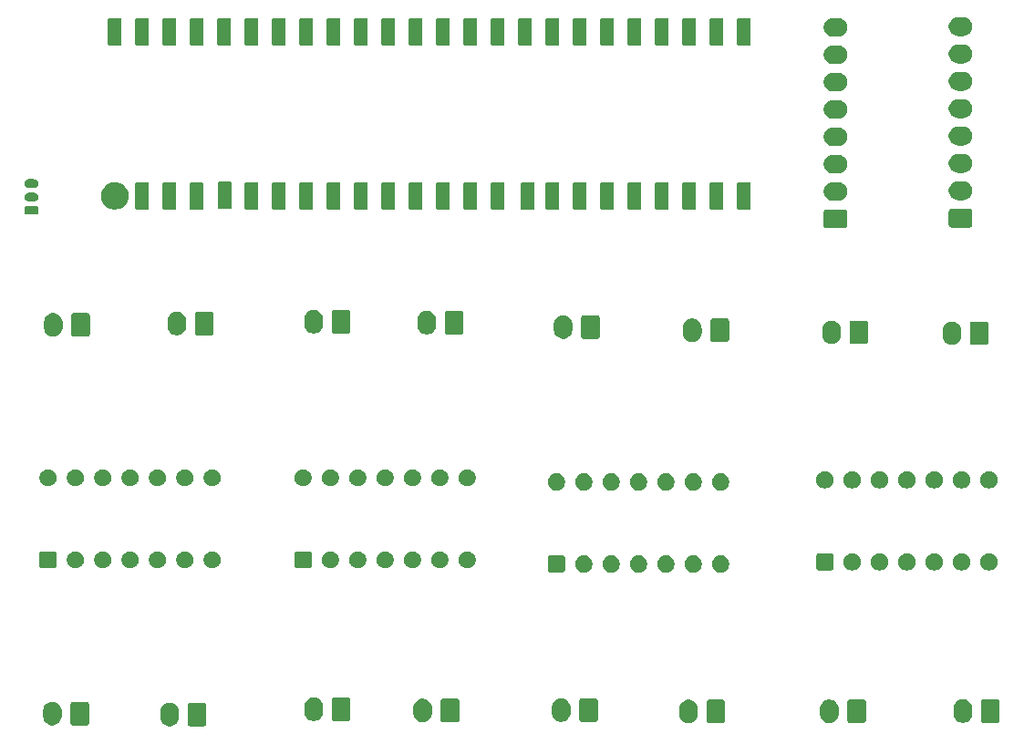
<source format=gbs>
G04 #@! TF.GenerationSoftware,KiCad,Pcbnew,9.0.2*
G04 #@! TF.CreationDate,2025-07-17T17:13:56-07:00*
G04 #@! TF.ProjectId,fsrPrototype2,66737250-726f-4746-9f74-797065322e6b,rev?*
G04 #@! TF.SameCoordinates,Original*
G04 #@! TF.FileFunction,Soldermask,Bot*
G04 #@! TF.FilePolarity,Negative*
%FSLAX46Y46*%
G04 Gerber Fmt 4.6, Leading zero omitted, Abs format (unit mm)*
G04 Created by KiCad (PCBNEW 9.0.2) date 2025-07-17 17:13:56*
%MOMM*%
%LPD*%
G01*
G04 APERTURE LIST*
G04 APERTURE END LIST*
G36*
X122249850Y-116065964D02*
G01*
X122300040Y-116071787D01*
X122317189Y-116079359D01*
X122340671Y-116084030D01*
X122365810Y-116100827D01*
X122385696Y-116109608D01*
X122399277Y-116123189D01*
X122421777Y-116138223D01*
X122436810Y-116160722D01*
X122450391Y-116174303D01*
X122459170Y-116194186D01*
X122475970Y-116219329D01*
X122480641Y-116242812D01*
X122488212Y-116259959D01*
X122494033Y-116310139D01*
X122495000Y-116315000D01*
X122495000Y-118005000D01*
X122494032Y-118009863D01*
X122488212Y-118060040D01*
X122480641Y-118077185D01*
X122475970Y-118100671D01*
X122459169Y-118125815D01*
X122450391Y-118145696D01*
X122436812Y-118159274D01*
X122421777Y-118181777D01*
X122399274Y-118196812D01*
X122385696Y-118210391D01*
X122365815Y-118219169D01*
X122340671Y-118235970D01*
X122317185Y-118240641D01*
X122300040Y-118248212D01*
X122249861Y-118254032D01*
X122245000Y-118255000D01*
X121005000Y-118255000D01*
X121000138Y-118254032D01*
X120949959Y-118248212D01*
X120932812Y-118240641D01*
X120909329Y-118235970D01*
X120884186Y-118219170D01*
X120864303Y-118210391D01*
X120850722Y-118196810D01*
X120828223Y-118181777D01*
X120813189Y-118159277D01*
X120799608Y-118145696D01*
X120790827Y-118125810D01*
X120774030Y-118100671D01*
X120769359Y-118077189D01*
X120761787Y-118060040D01*
X120755964Y-118009849D01*
X120755000Y-118005000D01*
X120755000Y-116315000D01*
X120755964Y-116310150D01*
X120761787Y-116259959D01*
X120769359Y-116242808D01*
X120774030Y-116219329D01*
X120790826Y-116194191D01*
X120799608Y-116174303D01*
X120813191Y-116160719D01*
X120828223Y-116138223D01*
X120850719Y-116123191D01*
X120864303Y-116109608D01*
X120884191Y-116100826D01*
X120909329Y-116084030D01*
X120932808Y-116079359D01*
X120949959Y-116071787D01*
X121000151Y-116065964D01*
X121005000Y-116065000D01*
X122245000Y-116065000D01*
X122249850Y-116065964D01*
G37*
G36*
X119337548Y-116102462D02*
G01*
X119495115Y-116167729D01*
X119636922Y-116262481D01*
X119757519Y-116383078D01*
X119852271Y-116524885D01*
X119917538Y-116682452D01*
X119950811Y-116849725D01*
X119955000Y-116935000D01*
X119955000Y-117385000D01*
X119950811Y-117470275D01*
X119917538Y-117637548D01*
X119852271Y-117795115D01*
X119757519Y-117936922D01*
X119636922Y-118057519D01*
X119495115Y-118152271D01*
X119337548Y-118217538D01*
X119170275Y-118250811D01*
X118999725Y-118250811D01*
X118832452Y-118217538D01*
X118674885Y-118152271D01*
X118533078Y-118057519D01*
X118412481Y-117936922D01*
X118317729Y-117795115D01*
X118252462Y-117637548D01*
X118219189Y-117470275D01*
X118215000Y-117385000D01*
X118215000Y-116935000D01*
X118219189Y-116849725D01*
X118252462Y-116682452D01*
X118317729Y-116524885D01*
X118412481Y-116383078D01*
X118533078Y-116262481D01*
X118674885Y-116167729D01*
X118832452Y-116102462D01*
X118999725Y-116069189D01*
X119170275Y-116069189D01*
X119337548Y-116102462D01*
G37*
G36*
X111359850Y-115985964D02*
G01*
X111410040Y-115991787D01*
X111427189Y-115999359D01*
X111450671Y-116004030D01*
X111475810Y-116020827D01*
X111495696Y-116029608D01*
X111509277Y-116043189D01*
X111531777Y-116058223D01*
X111546810Y-116080722D01*
X111560391Y-116094303D01*
X111569170Y-116114186D01*
X111585970Y-116139329D01*
X111590641Y-116162812D01*
X111598212Y-116179959D01*
X111604033Y-116230139D01*
X111605000Y-116235000D01*
X111605000Y-117925000D01*
X111604032Y-117929863D01*
X111598212Y-117980040D01*
X111590641Y-117997185D01*
X111585970Y-118020671D01*
X111569169Y-118045815D01*
X111560391Y-118065696D01*
X111546812Y-118079274D01*
X111531777Y-118101777D01*
X111509274Y-118116812D01*
X111495696Y-118130391D01*
X111475815Y-118139169D01*
X111450671Y-118155970D01*
X111427185Y-118160641D01*
X111410040Y-118168212D01*
X111359861Y-118174032D01*
X111355000Y-118175000D01*
X110115000Y-118175000D01*
X110110138Y-118174032D01*
X110059959Y-118168212D01*
X110042812Y-118160641D01*
X110019329Y-118155970D01*
X109994186Y-118139170D01*
X109974303Y-118130391D01*
X109960722Y-118116810D01*
X109938223Y-118101777D01*
X109923189Y-118079277D01*
X109909608Y-118065696D01*
X109900827Y-118045810D01*
X109884030Y-118020671D01*
X109879359Y-117997189D01*
X109871787Y-117980040D01*
X109865964Y-117929849D01*
X109865000Y-117925000D01*
X109865000Y-116235000D01*
X109865964Y-116230150D01*
X109871787Y-116179959D01*
X109879359Y-116162808D01*
X109884030Y-116139329D01*
X109900826Y-116114191D01*
X109909608Y-116094303D01*
X109923191Y-116080719D01*
X109938223Y-116058223D01*
X109960719Y-116043191D01*
X109974303Y-116029608D01*
X109994191Y-116020826D01*
X110019329Y-116004030D01*
X110042808Y-115999359D01*
X110059959Y-115991787D01*
X110110151Y-115985964D01*
X110115000Y-115985000D01*
X111355000Y-115985000D01*
X111359850Y-115985964D01*
G37*
G36*
X108447548Y-116022462D02*
G01*
X108605115Y-116087729D01*
X108746922Y-116182481D01*
X108867519Y-116303078D01*
X108962271Y-116444885D01*
X109027538Y-116602452D01*
X109060811Y-116769725D01*
X109065000Y-116855000D01*
X109065000Y-117305000D01*
X109060811Y-117390275D01*
X109027538Y-117557548D01*
X108962271Y-117715115D01*
X108867519Y-117856922D01*
X108746922Y-117977519D01*
X108605115Y-118072271D01*
X108447548Y-118137538D01*
X108280275Y-118170811D01*
X108109725Y-118170811D01*
X107942452Y-118137538D01*
X107784885Y-118072271D01*
X107643078Y-117977519D01*
X107522481Y-117856922D01*
X107427729Y-117715115D01*
X107362462Y-117557548D01*
X107329189Y-117390275D01*
X107325000Y-117305000D01*
X107325000Y-116855000D01*
X107329189Y-116769725D01*
X107362462Y-116602452D01*
X107427729Y-116444885D01*
X107522481Y-116303078D01*
X107643078Y-116182481D01*
X107784885Y-116087729D01*
X107942452Y-116022462D01*
X108109725Y-115989189D01*
X108280275Y-115989189D01*
X108447548Y-116022462D01*
G37*
G36*
X170427350Y-115785964D02*
G01*
X170477540Y-115791787D01*
X170494689Y-115799359D01*
X170518171Y-115804030D01*
X170543310Y-115820827D01*
X170563196Y-115829608D01*
X170576777Y-115843189D01*
X170599277Y-115858223D01*
X170614310Y-115880722D01*
X170627891Y-115894303D01*
X170636670Y-115914186D01*
X170653470Y-115939329D01*
X170658141Y-115962812D01*
X170665712Y-115979959D01*
X170671533Y-116030139D01*
X170672500Y-116035000D01*
X170672500Y-117725000D01*
X170671532Y-117729863D01*
X170665712Y-117780040D01*
X170658141Y-117797185D01*
X170653470Y-117820671D01*
X170636669Y-117845815D01*
X170627891Y-117865696D01*
X170614312Y-117879274D01*
X170599277Y-117901777D01*
X170576774Y-117916812D01*
X170563196Y-117930391D01*
X170543315Y-117939169D01*
X170518171Y-117955970D01*
X170494685Y-117960641D01*
X170477540Y-117968212D01*
X170427361Y-117974032D01*
X170422500Y-117975000D01*
X169182500Y-117975000D01*
X169177638Y-117974032D01*
X169127459Y-117968212D01*
X169110312Y-117960641D01*
X169086829Y-117955970D01*
X169061686Y-117939170D01*
X169041803Y-117930391D01*
X169028222Y-117916810D01*
X169005723Y-117901777D01*
X168990689Y-117879277D01*
X168977108Y-117865696D01*
X168968327Y-117845810D01*
X168951530Y-117820671D01*
X168946859Y-117797189D01*
X168939287Y-117780040D01*
X168933464Y-117729849D01*
X168932500Y-117725000D01*
X168932500Y-116035000D01*
X168933464Y-116030150D01*
X168939287Y-115979959D01*
X168946859Y-115962808D01*
X168951530Y-115939329D01*
X168968326Y-115914191D01*
X168977108Y-115894303D01*
X168990691Y-115880719D01*
X169005723Y-115858223D01*
X169028219Y-115843191D01*
X169041803Y-115829608D01*
X169061691Y-115820826D01*
X169086829Y-115804030D01*
X169110308Y-115799359D01*
X169127459Y-115791787D01*
X169177651Y-115785964D01*
X169182500Y-115785000D01*
X170422500Y-115785000D01*
X170427350Y-115785964D01*
G37*
G36*
X167515048Y-115822462D02*
G01*
X167672615Y-115887729D01*
X167814422Y-115982481D01*
X167935019Y-116103078D01*
X168029771Y-116244885D01*
X168095038Y-116402452D01*
X168128311Y-116569725D01*
X168132500Y-116655000D01*
X168132500Y-117105000D01*
X168128311Y-117190275D01*
X168095038Y-117357548D01*
X168029771Y-117515115D01*
X167935019Y-117656922D01*
X167814422Y-117777519D01*
X167672615Y-117872271D01*
X167515048Y-117937538D01*
X167347775Y-117970811D01*
X167177225Y-117970811D01*
X167009952Y-117937538D01*
X166852385Y-117872271D01*
X166710578Y-117777519D01*
X166589981Y-117656922D01*
X166495229Y-117515115D01*
X166429962Y-117357548D01*
X166396689Y-117190275D01*
X166392500Y-117105000D01*
X166392500Y-116655000D01*
X166396689Y-116569725D01*
X166429962Y-116402452D01*
X166495229Y-116244885D01*
X166589981Y-116103078D01*
X166710578Y-115982481D01*
X166852385Y-115887729D01*
X167009952Y-115822462D01*
X167177225Y-115789189D01*
X167347775Y-115789189D01*
X167515048Y-115822462D01*
G37*
G36*
X183502350Y-115765964D02*
G01*
X183552540Y-115771787D01*
X183569689Y-115779359D01*
X183593171Y-115784030D01*
X183618310Y-115800827D01*
X183638196Y-115809608D01*
X183651777Y-115823189D01*
X183674277Y-115838223D01*
X183689310Y-115860722D01*
X183702891Y-115874303D01*
X183711670Y-115894186D01*
X183728470Y-115919329D01*
X183733141Y-115942812D01*
X183740712Y-115959959D01*
X183746533Y-116010139D01*
X183747500Y-116015000D01*
X183747500Y-117705000D01*
X183746532Y-117709863D01*
X183740712Y-117760040D01*
X183733141Y-117777185D01*
X183728470Y-117800671D01*
X183711669Y-117825815D01*
X183702891Y-117845696D01*
X183689312Y-117859274D01*
X183674277Y-117881777D01*
X183651774Y-117896812D01*
X183638196Y-117910391D01*
X183618315Y-117919169D01*
X183593171Y-117935970D01*
X183569685Y-117940641D01*
X183552540Y-117948212D01*
X183502361Y-117954032D01*
X183497500Y-117955000D01*
X182257500Y-117955000D01*
X182252638Y-117954032D01*
X182202459Y-117948212D01*
X182185312Y-117940641D01*
X182161829Y-117935970D01*
X182136686Y-117919170D01*
X182116803Y-117910391D01*
X182103222Y-117896810D01*
X182080723Y-117881777D01*
X182065689Y-117859277D01*
X182052108Y-117845696D01*
X182043327Y-117825810D01*
X182026530Y-117800671D01*
X182021859Y-117777189D01*
X182014287Y-117760040D01*
X182008464Y-117709849D01*
X182007500Y-117705000D01*
X182007500Y-116015000D01*
X182008464Y-116010150D01*
X182014287Y-115959959D01*
X182021859Y-115942808D01*
X182026530Y-115919329D01*
X182043326Y-115894191D01*
X182052108Y-115874303D01*
X182065691Y-115860719D01*
X182080723Y-115838223D01*
X182103219Y-115823191D01*
X182116803Y-115809608D01*
X182136691Y-115800826D01*
X182161829Y-115784030D01*
X182185308Y-115779359D01*
X182202459Y-115771787D01*
X182252651Y-115765964D01*
X182257500Y-115765000D01*
X183497500Y-115765000D01*
X183502350Y-115765964D01*
G37*
G36*
X180590048Y-115802462D02*
G01*
X180747615Y-115867729D01*
X180889422Y-115962481D01*
X181010019Y-116083078D01*
X181104771Y-116224885D01*
X181170038Y-116382452D01*
X181203311Y-116549725D01*
X181207500Y-116635000D01*
X181207500Y-117085000D01*
X181203311Y-117170275D01*
X181170038Y-117337548D01*
X181104771Y-117495115D01*
X181010019Y-117636922D01*
X180889422Y-117757519D01*
X180747615Y-117852271D01*
X180590048Y-117917538D01*
X180422775Y-117950811D01*
X180252225Y-117950811D01*
X180084952Y-117917538D01*
X179927385Y-117852271D01*
X179785578Y-117757519D01*
X179664981Y-117636922D01*
X179570229Y-117495115D01*
X179504962Y-117337548D01*
X179471689Y-117170275D01*
X179467500Y-117085000D01*
X179467500Y-116635000D01*
X179471689Y-116549725D01*
X179504962Y-116382452D01*
X179570229Y-116224885D01*
X179664981Y-116083078D01*
X179785578Y-115962481D01*
X179927385Y-115867729D01*
X180084952Y-115802462D01*
X180252225Y-115769189D01*
X180422775Y-115769189D01*
X180590048Y-115802462D01*
G37*
G36*
X195902350Y-115755964D02*
G01*
X195952540Y-115761787D01*
X195969689Y-115769359D01*
X195993171Y-115774030D01*
X196018310Y-115790827D01*
X196038196Y-115799608D01*
X196051777Y-115813189D01*
X196074277Y-115828223D01*
X196089310Y-115850722D01*
X196102891Y-115864303D01*
X196111670Y-115884186D01*
X196128470Y-115909329D01*
X196133141Y-115932812D01*
X196140712Y-115949959D01*
X196146533Y-116000139D01*
X196147500Y-116005000D01*
X196147500Y-117695000D01*
X196146532Y-117699863D01*
X196140712Y-117750040D01*
X196133141Y-117767185D01*
X196128470Y-117790671D01*
X196111669Y-117815815D01*
X196102891Y-117835696D01*
X196089312Y-117849274D01*
X196074277Y-117871777D01*
X196051774Y-117886812D01*
X196038196Y-117900391D01*
X196018315Y-117909169D01*
X195993171Y-117925970D01*
X195969685Y-117930641D01*
X195952540Y-117938212D01*
X195902361Y-117944032D01*
X195897500Y-117945000D01*
X194657500Y-117945000D01*
X194652638Y-117944032D01*
X194602459Y-117938212D01*
X194585312Y-117930641D01*
X194561829Y-117925970D01*
X194536686Y-117909170D01*
X194516803Y-117900391D01*
X194503222Y-117886810D01*
X194480723Y-117871777D01*
X194465689Y-117849277D01*
X194452108Y-117835696D01*
X194443327Y-117815810D01*
X194426530Y-117790671D01*
X194421859Y-117767189D01*
X194414287Y-117750040D01*
X194408464Y-117699849D01*
X194407500Y-117695000D01*
X194407500Y-116005000D01*
X194408464Y-116000150D01*
X194414287Y-115949959D01*
X194421859Y-115932808D01*
X194426530Y-115909329D01*
X194443326Y-115884191D01*
X194452108Y-115864303D01*
X194465691Y-115850719D01*
X194480723Y-115828223D01*
X194503219Y-115813191D01*
X194516803Y-115799608D01*
X194536691Y-115790826D01*
X194561829Y-115774030D01*
X194585308Y-115769359D01*
X194602459Y-115761787D01*
X194652651Y-115755964D01*
X194657500Y-115755000D01*
X195897500Y-115755000D01*
X195902350Y-115755964D01*
G37*
G36*
X192990048Y-115792462D02*
G01*
X193147615Y-115857729D01*
X193289422Y-115952481D01*
X193410019Y-116073078D01*
X193504771Y-116214885D01*
X193570038Y-116372452D01*
X193603311Y-116539725D01*
X193607500Y-116625000D01*
X193607500Y-117075000D01*
X193603311Y-117160275D01*
X193570038Y-117327548D01*
X193504771Y-117485115D01*
X193410019Y-117626922D01*
X193289422Y-117747519D01*
X193147615Y-117842271D01*
X192990048Y-117907538D01*
X192822775Y-117940811D01*
X192652225Y-117940811D01*
X192484952Y-117907538D01*
X192327385Y-117842271D01*
X192185578Y-117747519D01*
X192064981Y-117626922D01*
X191970229Y-117485115D01*
X191904962Y-117327548D01*
X191871689Y-117160275D01*
X191867500Y-117075000D01*
X191867500Y-116625000D01*
X191871689Y-116539725D01*
X191904962Y-116372452D01*
X191970229Y-116214885D01*
X192064981Y-116073078D01*
X192185578Y-115952481D01*
X192327385Y-115857729D01*
X192484952Y-115792462D01*
X192652225Y-115759189D01*
X192822775Y-115759189D01*
X192990048Y-115792462D01*
G37*
G36*
X145739850Y-115685964D02*
G01*
X145790040Y-115691787D01*
X145807189Y-115699359D01*
X145830671Y-115704030D01*
X145855810Y-115720827D01*
X145875696Y-115729608D01*
X145889277Y-115743189D01*
X145911777Y-115758223D01*
X145926810Y-115780722D01*
X145940391Y-115794303D01*
X145949170Y-115814186D01*
X145965970Y-115839329D01*
X145970641Y-115862812D01*
X145978212Y-115879959D01*
X145984033Y-115930139D01*
X145985000Y-115935000D01*
X145985000Y-117625000D01*
X145984032Y-117629863D01*
X145978212Y-117680040D01*
X145970641Y-117697185D01*
X145965970Y-117720671D01*
X145949169Y-117745815D01*
X145940391Y-117765696D01*
X145926812Y-117779274D01*
X145911777Y-117801777D01*
X145889274Y-117816812D01*
X145875696Y-117830391D01*
X145855815Y-117839169D01*
X145830671Y-117855970D01*
X145807185Y-117860641D01*
X145790040Y-117868212D01*
X145739861Y-117874032D01*
X145735000Y-117875000D01*
X144495000Y-117875000D01*
X144490138Y-117874032D01*
X144439959Y-117868212D01*
X144422812Y-117860641D01*
X144399329Y-117855970D01*
X144374186Y-117839170D01*
X144354303Y-117830391D01*
X144340722Y-117816810D01*
X144318223Y-117801777D01*
X144303189Y-117779277D01*
X144289608Y-117765696D01*
X144280827Y-117745810D01*
X144264030Y-117720671D01*
X144259359Y-117697189D01*
X144251787Y-117680040D01*
X144245964Y-117629849D01*
X144245000Y-117625000D01*
X144245000Y-115935000D01*
X144245964Y-115930150D01*
X144251787Y-115879959D01*
X144259359Y-115862808D01*
X144264030Y-115839329D01*
X144280826Y-115814191D01*
X144289608Y-115794303D01*
X144303191Y-115780719D01*
X144318223Y-115758223D01*
X144340719Y-115743191D01*
X144354303Y-115729608D01*
X144374191Y-115720826D01*
X144399329Y-115704030D01*
X144422808Y-115699359D01*
X144439959Y-115691787D01*
X144490151Y-115685964D01*
X144495000Y-115685000D01*
X145735000Y-115685000D01*
X145739850Y-115685964D01*
G37*
G36*
X142827548Y-115722462D02*
G01*
X142985115Y-115787729D01*
X143126922Y-115882481D01*
X143247519Y-116003078D01*
X143342271Y-116144885D01*
X143407538Y-116302452D01*
X143440811Y-116469725D01*
X143445000Y-116555000D01*
X143445000Y-117005000D01*
X143440811Y-117090275D01*
X143407538Y-117257548D01*
X143342271Y-117415115D01*
X143247519Y-117556922D01*
X143126922Y-117677519D01*
X142985115Y-117772271D01*
X142827548Y-117837538D01*
X142660275Y-117870811D01*
X142489725Y-117870811D01*
X142322452Y-117837538D01*
X142164885Y-117772271D01*
X142023078Y-117677519D01*
X141902481Y-117556922D01*
X141807729Y-117415115D01*
X141742462Y-117257548D01*
X141709189Y-117090275D01*
X141705000Y-117005000D01*
X141705000Y-116555000D01*
X141709189Y-116469725D01*
X141742462Y-116302452D01*
X141807729Y-116144885D01*
X141902481Y-116003078D01*
X142023078Y-115882481D01*
X142164885Y-115787729D01*
X142322452Y-115722462D01*
X142489725Y-115689189D01*
X142660275Y-115689189D01*
X142827548Y-115722462D01*
G37*
G36*
X158602350Y-115665964D02*
G01*
X158652540Y-115671787D01*
X158669689Y-115679359D01*
X158693171Y-115684030D01*
X158718310Y-115700827D01*
X158738196Y-115709608D01*
X158751777Y-115723189D01*
X158774277Y-115738223D01*
X158789310Y-115760722D01*
X158802891Y-115774303D01*
X158811670Y-115794186D01*
X158828470Y-115819329D01*
X158833141Y-115842812D01*
X158840712Y-115859959D01*
X158846533Y-115910139D01*
X158847500Y-115915000D01*
X158847500Y-117605000D01*
X158846532Y-117609863D01*
X158840712Y-117660040D01*
X158833141Y-117677185D01*
X158828470Y-117700671D01*
X158811669Y-117725815D01*
X158802891Y-117745696D01*
X158789312Y-117759274D01*
X158774277Y-117781777D01*
X158751774Y-117796812D01*
X158738196Y-117810391D01*
X158718315Y-117819169D01*
X158693171Y-117835970D01*
X158669685Y-117840641D01*
X158652540Y-117848212D01*
X158602361Y-117854032D01*
X158597500Y-117855000D01*
X157357500Y-117855000D01*
X157352638Y-117854032D01*
X157302459Y-117848212D01*
X157285312Y-117840641D01*
X157261829Y-117835970D01*
X157236686Y-117819170D01*
X157216803Y-117810391D01*
X157203222Y-117796810D01*
X157180723Y-117781777D01*
X157165689Y-117759277D01*
X157152108Y-117745696D01*
X157143327Y-117725810D01*
X157126530Y-117700671D01*
X157121859Y-117677189D01*
X157114287Y-117660040D01*
X157108464Y-117609849D01*
X157107500Y-117605000D01*
X157107500Y-115915000D01*
X157108464Y-115910150D01*
X157114287Y-115859959D01*
X157121859Y-115842808D01*
X157126530Y-115819329D01*
X157143326Y-115794191D01*
X157152108Y-115774303D01*
X157165691Y-115760719D01*
X157180723Y-115738223D01*
X157203219Y-115723191D01*
X157216803Y-115709608D01*
X157236691Y-115700826D01*
X157261829Y-115684030D01*
X157285308Y-115679359D01*
X157302459Y-115671787D01*
X157352651Y-115665964D01*
X157357500Y-115665000D01*
X158597500Y-115665000D01*
X158602350Y-115665964D01*
G37*
G36*
X155690048Y-115702462D02*
G01*
X155847615Y-115767729D01*
X155989422Y-115862481D01*
X156110019Y-115983078D01*
X156204771Y-116124885D01*
X156270038Y-116282452D01*
X156303311Y-116449725D01*
X156307500Y-116535000D01*
X156307500Y-116985000D01*
X156303311Y-117070275D01*
X156270038Y-117237548D01*
X156204771Y-117395115D01*
X156110019Y-117536922D01*
X155989422Y-117657519D01*
X155847615Y-117752271D01*
X155690048Y-117817538D01*
X155522775Y-117850811D01*
X155352225Y-117850811D01*
X155184952Y-117817538D01*
X155027385Y-117752271D01*
X154885578Y-117657519D01*
X154764981Y-117536922D01*
X154670229Y-117395115D01*
X154604962Y-117237548D01*
X154571689Y-117070275D01*
X154567500Y-116985000D01*
X154567500Y-116535000D01*
X154571689Y-116449725D01*
X154604962Y-116282452D01*
X154670229Y-116124885D01*
X154764981Y-115983078D01*
X154885578Y-115862481D01*
X155027385Y-115767729D01*
X155184952Y-115702462D01*
X155352225Y-115669189D01*
X155522775Y-115669189D01*
X155690048Y-115702462D01*
G37*
G36*
X135639850Y-115585964D02*
G01*
X135690040Y-115591787D01*
X135707189Y-115599359D01*
X135730671Y-115604030D01*
X135755810Y-115620827D01*
X135775696Y-115629608D01*
X135789277Y-115643189D01*
X135811777Y-115658223D01*
X135826810Y-115680722D01*
X135840391Y-115694303D01*
X135849170Y-115714186D01*
X135865970Y-115739329D01*
X135870641Y-115762812D01*
X135878212Y-115779959D01*
X135884033Y-115830139D01*
X135885000Y-115835000D01*
X135885000Y-117525000D01*
X135884032Y-117529863D01*
X135878212Y-117580040D01*
X135870641Y-117597185D01*
X135865970Y-117620671D01*
X135849169Y-117645815D01*
X135840391Y-117665696D01*
X135826812Y-117679274D01*
X135811777Y-117701777D01*
X135789274Y-117716812D01*
X135775696Y-117730391D01*
X135755815Y-117739169D01*
X135730671Y-117755970D01*
X135707185Y-117760641D01*
X135690040Y-117768212D01*
X135639861Y-117774032D01*
X135635000Y-117775000D01*
X134395000Y-117775000D01*
X134390138Y-117774032D01*
X134339959Y-117768212D01*
X134322812Y-117760641D01*
X134299329Y-117755970D01*
X134274186Y-117739170D01*
X134254303Y-117730391D01*
X134240722Y-117716810D01*
X134218223Y-117701777D01*
X134203189Y-117679277D01*
X134189608Y-117665696D01*
X134180827Y-117645810D01*
X134164030Y-117620671D01*
X134159359Y-117597189D01*
X134151787Y-117580040D01*
X134145964Y-117529849D01*
X134145000Y-117525000D01*
X134145000Y-115835000D01*
X134145964Y-115830150D01*
X134151787Y-115779959D01*
X134159359Y-115762808D01*
X134164030Y-115739329D01*
X134180826Y-115714191D01*
X134189608Y-115694303D01*
X134203191Y-115680719D01*
X134218223Y-115658223D01*
X134240719Y-115643191D01*
X134254303Y-115629608D01*
X134274191Y-115620826D01*
X134299329Y-115604030D01*
X134322808Y-115599359D01*
X134339959Y-115591787D01*
X134390151Y-115585964D01*
X134395000Y-115585000D01*
X135635000Y-115585000D01*
X135639850Y-115585964D01*
G37*
G36*
X132727548Y-115622462D02*
G01*
X132885115Y-115687729D01*
X133026922Y-115782481D01*
X133147519Y-115903078D01*
X133242271Y-116044885D01*
X133307538Y-116202452D01*
X133340811Y-116369725D01*
X133345000Y-116455000D01*
X133345000Y-116905000D01*
X133340811Y-116990275D01*
X133307538Y-117157548D01*
X133242271Y-117315115D01*
X133147519Y-117456922D01*
X133026922Y-117577519D01*
X132885115Y-117672271D01*
X132727548Y-117737538D01*
X132560275Y-117770811D01*
X132389725Y-117770811D01*
X132222452Y-117737538D01*
X132064885Y-117672271D01*
X131923078Y-117577519D01*
X131802481Y-117456922D01*
X131707729Y-117315115D01*
X131642462Y-117157548D01*
X131609189Y-116990275D01*
X131605000Y-116905000D01*
X131605000Y-116455000D01*
X131609189Y-116369725D01*
X131642462Y-116202452D01*
X131707729Y-116044885D01*
X131802481Y-115903078D01*
X131923078Y-115782481D01*
X132064885Y-115687729D01*
X132222452Y-115622462D01*
X132389725Y-115589189D01*
X132560275Y-115589189D01*
X132727548Y-115622462D01*
G37*
G36*
X155554850Y-102380964D02*
G01*
X155605040Y-102386787D01*
X155622189Y-102394359D01*
X155645671Y-102399030D01*
X155670810Y-102415827D01*
X155690696Y-102424608D01*
X155704277Y-102438189D01*
X155726777Y-102453223D01*
X155741810Y-102475722D01*
X155755391Y-102489303D01*
X155764170Y-102509186D01*
X155780970Y-102534329D01*
X155785641Y-102557812D01*
X155793212Y-102574959D01*
X155799033Y-102625139D01*
X155800000Y-102630000D01*
X155800000Y-103730000D01*
X155799032Y-103734863D01*
X155793212Y-103785040D01*
X155785641Y-103802185D01*
X155780970Y-103825671D01*
X155764169Y-103850815D01*
X155755391Y-103870696D01*
X155741812Y-103884274D01*
X155726777Y-103906777D01*
X155704274Y-103921812D01*
X155690696Y-103935391D01*
X155670815Y-103944169D01*
X155645671Y-103960970D01*
X155622185Y-103965641D01*
X155605040Y-103973212D01*
X155554861Y-103979032D01*
X155550000Y-103980000D01*
X154450000Y-103980000D01*
X154445138Y-103979032D01*
X154394959Y-103973212D01*
X154377812Y-103965641D01*
X154354329Y-103960970D01*
X154329186Y-103944170D01*
X154309303Y-103935391D01*
X154295722Y-103921810D01*
X154273223Y-103906777D01*
X154258189Y-103884277D01*
X154244608Y-103870696D01*
X154235827Y-103850810D01*
X154219030Y-103825671D01*
X154214359Y-103802189D01*
X154206787Y-103785040D01*
X154200964Y-103734849D01*
X154200000Y-103730000D01*
X154200000Y-102630000D01*
X154200964Y-102625150D01*
X154206787Y-102574959D01*
X154214359Y-102557808D01*
X154219030Y-102534329D01*
X154235826Y-102509191D01*
X154244608Y-102489303D01*
X154258191Y-102475719D01*
X154273223Y-102453223D01*
X154295719Y-102438191D01*
X154309303Y-102424608D01*
X154329191Y-102415826D01*
X154354329Y-102399030D01*
X154377808Y-102394359D01*
X154394959Y-102386787D01*
X154445151Y-102380964D01*
X154450000Y-102380000D01*
X155550000Y-102380000D01*
X155554850Y-102380964D01*
G37*
G36*
X157772228Y-102414448D02*
G01*
X157917117Y-102474463D01*
X158047515Y-102561592D01*
X158158408Y-102672485D01*
X158245537Y-102802883D01*
X158305552Y-102947772D01*
X158336148Y-103101586D01*
X158336148Y-103258414D01*
X158305552Y-103412228D01*
X158245537Y-103557117D01*
X158158408Y-103687515D01*
X158047515Y-103798408D01*
X157917117Y-103885537D01*
X157772228Y-103945552D01*
X157618414Y-103976148D01*
X157461586Y-103976148D01*
X157307772Y-103945552D01*
X157162883Y-103885537D01*
X157032485Y-103798408D01*
X156921592Y-103687515D01*
X156834463Y-103557117D01*
X156774448Y-103412228D01*
X156743852Y-103258414D01*
X156743852Y-103101586D01*
X156774448Y-102947772D01*
X156834463Y-102802883D01*
X156921592Y-102672485D01*
X157032485Y-102561592D01*
X157162883Y-102474463D01*
X157307772Y-102414448D01*
X157461586Y-102383852D01*
X157618414Y-102383852D01*
X157772228Y-102414448D01*
G37*
G36*
X160312228Y-102414448D02*
G01*
X160457117Y-102474463D01*
X160587515Y-102561592D01*
X160698408Y-102672485D01*
X160785537Y-102802883D01*
X160845552Y-102947772D01*
X160876148Y-103101586D01*
X160876148Y-103258414D01*
X160845552Y-103412228D01*
X160785537Y-103557117D01*
X160698408Y-103687515D01*
X160587515Y-103798408D01*
X160457117Y-103885537D01*
X160312228Y-103945552D01*
X160158414Y-103976148D01*
X160001586Y-103976148D01*
X159847772Y-103945552D01*
X159702883Y-103885537D01*
X159572485Y-103798408D01*
X159461592Y-103687515D01*
X159374463Y-103557117D01*
X159314448Y-103412228D01*
X159283852Y-103258414D01*
X159283852Y-103101586D01*
X159314448Y-102947772D01*
X159374463Y-102802883D01*
X159461592Y-102672485D01*
X159572485Y-102561592D01*
X159702883Y-102474463D01*
X159847772Y-102414448D01*
X160001586Y-102383852D01*
X160158414Y-102383852D01*
X160312228Y-102414448D01*
G37*
G36*
X162852228Y-102414448D02*
G01*
X162997117Y-102474463D01*
X163127515Y-102561592D01*
X163238408Y-102672485D01*
X163325537Y-102802883D01*
X163385552Y-102947772D01*
X163416148Y-103101586D01*
X163416148Y-103258414D01*
X163385552Y-103412228D01*
X163325537Y-103557117D01*
X163238408Y-103687515D01*
X163127515Y-103798408D01*
X162997117Y-103885537D01*
X162852228Y-103945552D01*
X162698414Y-103976148D01*
X162541586Y-103976148D01*
X162387772Y-103945552D01*
X162242883Y-103885537D01*
X162112485Y-103798408D01*
X162001592Y-103687515D01*
X161914463Y-103557117D01*
X161854448Y-103412228D01*
X161823852Y-103258414D01*
X161823852Y-103101586D01*
X161854448Y-102947772D01*
X161914463Y-102802883D01*
X162001592Y-102672485D01*
X162112485Y-102561592D01*
X162242883Y-102474463D01*
X162387772Y-102414448D01*
X162541586Y-102383852D01*
X162698414Y-102383852D01*
X162852228Y-102414448D01*
G37*
G36*
X165392228Y-102414448D02*
G01*
X165537117Y-102474463D01*
X165667515Y-102561592D01*
X165778408Y-102672485D01*
X165865537Y-102802883D01*
X165925552Y-102947772D01*
X165956148Y-103101586D01*
X165956148Y-103258414D01*
X165925552Y-103412228D01*
X165865537Y-103557117D01*
X165778408Y-103687515D01*
X165667515Y-103798408D01*
X165537117Y-103885537D01*
X165392228Y-103945552D01*
X165238414Y-103976148D01*
X165081586Y-103976148D01*
X164927772Y-103945552D01*
X164782883Y-103885537D01*
X164652485Y-103798408D01*
X164541592Y-103687515D01*
X164454463Y-103557117D01*
X164394448Y-103412228D01*
X164363852Y-103258414D01*
X164363852Y-103101586D01*
X164394448Y-102947772D01*
X164454463Y-102802883D01*
X164541592Y-102672485D01*
X164652485Y-102561592D01*
X164782883Y-102474463D01*
X164927772Y-102414448D01*
X165081586Y-102383852D01*
X165238414Y-102383852D01*
X165392228Y-102414448D01*
G37*
G36*
X167932228Y-102414448D02*
G01*
X168077117Y-102474463D01*
X168207515Y-102561592D01*
X168318408Y-102672485D01*
X168405537Y-102802883D01*
X168465552Y-102947772D01*
X168496148Y-103101586D01*
X168496148Y-103258414D01*
X168465552Y-103412228D01*
X168405537Y-103557117D01*
X168318408Y-103687515D01*
X168207515Y-103798408D01*
X168077117Y-103885537D01*
X167932228Y-103945552D01*
X167778414Y-103976148D01*
X167621586Y-103976148D01*
X167467772Y-103945552D01*
X167322883Y-103885537D01*
X167192485Y-103798408D01*
X167081592Y-103687515D01*
X166994463Y-103557117D01*
X166934448Y-103412228D01*
X166903852Y-103258414D01*
X166903852Y-103101586D01*
X166934448Y-102947772D01*
X166994463Y-102802883D01*
X167081592Y-102672485D01*
X167192485Y-102561592D01*
X167322883Y-102474463D01*
X167467772Y-102414448D01*
X167621586Y-102383852D01*
X167778414Y-102383852D01*
X167932228Y-102414448D01*
G37*
G36*
X170472228Y-102414448D02*
G01*
X170617117Y-102474463D01*
X170747515Y-102561592D01*
X170858408Y-102672485D01*
X170945537Y-102802883D01*
X171005552Y-102947772D01*
X171036148Y-103101586D01*
X171036148Y-103258414D01*
X171005552Y-103412228D01*
X170945537Y-103557117D01*
X170858408Y-103687515D01*
X170747515Y-103798408D01*
X170617117Y-103885537D01*
X170472228Y-103945552D01*
X170318414Y-103976148D01*
X170161586Y-103976148D01*
X170007772Y-103945552D01*
X169862883Y-103885537D01*
X169732485Y-103798408D01*
X169621592Y-103687515D01*
X169534463Y-103557117D01*
X169474448Y-103412228D01*
X169443852Y-103258414D01*
X169443852Y-103101586D01*
X169474448Y-102947772D01*
X169534463Y-102802883D01*
X169621592Y-102672485D01*
X169732485Y-102561592D01*
X169862883Y-102474463D01*
X170007772Y-102414448D01*
X170161586Y-102383852D01*
X170318414Y-102383852D01*
X170472228Y-102414448D01*
G37*
G36*
X180474850Y-102200964D02*
G01*
X180525040Y-102206787D01*
X180542189Y-102214359D01*
X180565671Y-102219030D01*
X180590810Y-102235827D01*
X180610696Y-102244608D01*
X180624277Y-102258189D01*
X180646777Y-102273223D01*
X180661810Y-102295722D01*
X180675391Y-102309303D01*
X180684170Y-102329186D01*
X180700970Y-102354329D01*
X180705641Y-102377812D01*
X180713212Y-102394959D01*
X180719033Y-102445139D01*
X180720000Y-102450000D01*
X180720000Y-103550000D01*
X180719032Y-103554863D01*
X180713212Y-103605040D01*
X180705641Y-103622185D01*
X180700970Y-103645671D01*
X180684169Y-103670815D01*
X180675391Y-103690696D01*
X180661812Y-103704274D01*
X180646777Y-103726777D01*
X180624274Y-103741812D01*
X180610696Y-103755391D01*
X180590815Y-103764169D01*
X180565671Y-103780970D01*
X180542185Y-103785641D01*
X180525040Y-103793212D01*
X180474861Y-103799032D01*
X180470000Y-103800000D01*
X179370000Y-103800000D01*
X179365138Y-103799032D01*
X179314959Y-103793212D01*
X179297812Y-103785641D01*
X179274329Y-103780970D01*
X179249186Y-103764170D01*
X179229303Y-103755391D01*
X179215722Y-103741810D01*
X179193223Y-103726777D01*
X179178189Y-103704277D01*
X179164608Y-103690696D01*
X179155827Y-103670810D01*
X179139030Y-103645671D01*
X179134359Y-103622189D01*
X179126787Y-103605040D01*
X179120964Y-103554849D01*
X179120000Y-103550000D01*
X179120000Y-102450000D01*
X179120964Y-102445150D01*
X179126787Y-102394959D01*
X179134359Y-102377808D01*
X179139030Y-102354329D01*
X179155826Y-102329191D01*
X179164608Y-102309303D01*
X179178191Y-102295719D01*
X179193223Y-102273223D01*
X179215719Y-102258191D01*
X179229303Y-102244608D01*
X179249191Y-102235826D01*
X179274329Y-102219030D01*
X179297808Y-102214359D01*
X179314959Y-102206787D01*
X179365151Y-102200964D01*
X179370000Y-102200000D01*
X180470000Y-102200000D01*
X180474850Y-102200964D01*
G37*
G36*
X182692228Y-102234448D02*
G01*
X182837117Y-102294463D01*
X182967515Y-102381592D01*
X183078408Y-102492485D01*
X183165537Y-102622883D01*
X183225552Y-102767772D01*
X183256148Y-102921586D01*
X183256148Y-103078414D01*
X183225552Y-103232228D01*
X183165537Y-103377117D01*
X183078408Y-103507515D01*
X182967515Y-103618408D01*
X182837117Y-103705537D01*
X182692228Y-103765552D01*
X182538414Y-103796148D01*
X182381586Y-103796148D01*
X182227772Y-103765552D01*
X182082883Y-103705537D01*
X181952485Y-103618408D01*
X181841592Y-103507515D01*
X181754463Y-103377117D01*
X181694448Y-103232228D01*
X181663852Y-103078414D01*
X181663852Y-102921586D01*
X181694448Y-102767772D01*
X181754463Y-102622883D01*
X181841592Y-102492485D01*
X181952485Y-102381592D01*
X182082883Y-102294463D01*
X182227772Y-102234448D01*
X182381586Y-102203852D01*
X182538414Y-102203852D01*
X182692228Y-102234448D01*
G37*
G36*
X185232228Y-102234448D02*
G01*
X185377117Y-102294463D01*
X185507515Y-102381592D01*
X185618408Y-102492485D01*
X185705537Y-102622883D01*
X185765552Y-102767772D01*
X185796148Y-102921586D01*
X185796148Y-103078414D01*
X185765552Y-103232228D01*
X185705537Y-103377117D01*
X185618408Y-103507515D01*
X185507515Y-103618408D01*
X185377117Y-103705537D01*
X185232228Y-103765552D01*
X185078414Y-103796148D01*
X184921586Y-103796148D01*
X184767772Y-103765552D01*
X184622883Y-103705537D01*
X184492485Y-103618408D01*
X184381592Y-103507515D01*
X184294463Y-103377117D01*
X184234448Y-103232228D01*
X184203852Y-103078414D01*
X184203852Y-102921586D01*
X184234448Y-102767772D01*
X184294463Y-102622883D01*
X184381592Y-102492485D01*
X184492485Y-102381592D01*
X184622883Y-102294463D01*
X184767772Y-102234448D01*
X184921586Y-102203852D01*
X185078414Y-102203852D01*
X185232228Y-102234448D01*
G37*
G36*
X187772228Y-102234448D02*
G01*
X187917117Y-102294463D01*
X188047515Y-102381592D01*
X188158408Y-102492485D01*
X188245537Y-102622883D01*
X188305552Y-102767772D01*
X188336148Y-102921586D01*
X188336148Y-103078414D01*
X188305552Y-103232228D01*
X188245537Y-103377117D01*
X188158408Y-103507515D01*
X188047515Y-103618408D01*
X187917117Y-103705537D01*
X187772228Y-103765552D01*
X187618414Y-103796148D01*
X187461586Y-103796148D01*
X187307772Y-103765552D01*
X187162883Y-103705537D01*
X187032485Y-103618408D01*
X186921592Y-103507515D01*
X186834463Y-103377117D01*
X186774448Y-103232228D01*
X186743852Y-103078414D01*
X186743852Y-102921586D01*
X186774448Y-102767772D01*
X186834463Y-102622883D01*
X186921592Y-102492485D01*
X187032485Y-102381592D01*
X187162883Y-102294463D01*
X187307772Y-102234448D01*
X187461586Y-102203852D01*
X187618414Y-102203852D01*
X187772228Y-102234448D01*
G37*
G36*
X190312228Y-102234448D02*
G01*
X190457117Y-102294463D01*
X190587515Y-102381592D01*
X190698408Y-102492485D01*
X190785537Y-102622883D01*
X190845552Y-102767772D01*
X190876148Y-102921586D01*
X190876148Y-103078414D01*
X190845552Y-103232228D01*
X190785537Y-103377117D01*
X190698408Y-103507515D01*
X190587515Y-103618408D01*
X190457117Y-103705537D01*
X190312228Y-103765552D01*
X190158414Y-103796148D01*
X190001586Y-103796148D01*
X189847772Y-103765552D01*
X189702883Y-103705537D01*
X189572485Y-103618408D01*
X189461592Y-103507515D01*
X189374463Y-103377117D01*
X189314448Y-103232228D01*
X189283852Y-103078414D01*
X189283852Y-102921586D01*
X189314448Y-102767772D01*
X189374463Y-102622883D01*
X189461592Y-102492485D01*
X189572485Y-102381592D01*
X189702883Y-102294463D01*
X189847772Y-102234448D01*
X190001586Y-102203852D01*
X190158414Y-102203852D01*
X190312228Y-102234448D01*
G37*
G36*
X192852228Y-102234448D02*
G01*
X192997117Y-102294463D01*
X193127515Y-102381592D01*
X193238408Y-102492485D01*
X193325537Y-102622883D01*
X193385552Y-102767772D01*
X193416148Y-102921586D01*
X193416148Y-103078414D01*
X193385552Y-103232228D01*
X193325537Y-103377117D01*
X193238408Y-103507515D01*
X193127515Y-103618408D01*
X192997117Y-103705537D01*
X192852228Y-103765552D01*
X192698414Y-103796148D01*
X192541586Y-103796148D01*
X192387772Y-103765552D01*
X192242883Y-103705537D01*
X192112485Y-103618408D01*
X192001592Y-103507515D01*
X191914463Y-103377117D01*
X191854448Y-103232228D01*
X191823852Y-103078414D01*
X191823852Y-102921586D01*
X191854448Y-102767772D01*
X191914463Y-102622883D01*
X192001592Y-102492485D01*
X192112485Y-102381592D01*
X192242883Y-102294463D01*
X192387772Y-102234448D01*
X192541586Y-102203852D01*
X192698414Y-102203852D01*
X192852228Y-102234448D01*
G37*
G36*
X195392228Y-102234448D02*
G01*
X195537117Y-102294463D01*
X195667515Y-102381592D01*
X195778408Y-102492485D01*
X195865537Y-102622883D01*
X195925552Y-102767772D01*
X195956148Y-102921586D01*
X195956148Y-103078414D01*
X195925552Y-103232228D01*
X195865537Y-103377117D01*
X195778408Y-103507515D01*
X195667515Y-103618408D01*
X195537117Y-103705537D01*
X195392228Y-103765552D01*
X195238414Y-103796148D01*
X195081586Y-103796148D01*
X194927772Y-103765552D01*
X194782883Y-103705537D01*
X194652485Y-103618408D01*
X194541592Y-103507515D01*
X194454463Y-103377117D01*
X194394448Y-103232228D01*
X194363852Y-103078414D01*
X194363852Y-102921586D01*
X194394448Y-102767772D01*
X194454463Y-102622883D01*
X194541592Y-102492485D01*
X194652485Y-102381592D01*
X194782883Y-102294463D01*
X194927772Y-102234448D01*
X195081586Y-102203852D01*
X195238414Y-102203852D01*
X195392228Y-102234448D01*
G37*
G36*
X132029850Y-102000964D02*
G01*
X132080040Y-102006787D01*
X132097189Y-102014359D01*
X132120671Y-102019030D01*
X132145810Y-102035827D01*
X132165696Y-102044608D01*
X132179277Y-102058189D01*
X132201777Y-102073223D01*
X132216810Y-102095722D01*
X132230391Y-102109303D01*
X132239170Y-102129186D01*
X132255970Y-102154329D01*
X132260641Y-102177812D01*
X132268212Y-102194959D01*
X132274033Y-102245139D01*
X132275000Y-102250000D01*
X132275000Y-103350000D01*
X132274032Y-103354863D01*
X132268212Y-103405040D01*
X132260641Y-103422185D01*
X132255970Y-103445671D01*
X132239169Y-103470815D01*
X132230391Y-103490696D01*
X132216812Y-103504274D01*
X132201777Y-103526777D01*
X132179274Y-103541812D01*
X132165696Y-103555391D01*
X132145815Y-103564169D01*
X132120671Y-103580970D01*
X132097185Y-103585641D01*
X132080040Y-103593212D01*
X132029861Y-103599032D01*
X132025000Y-103600000D01*
X130925000Y-103600000D01*
X130920138Y-103599032D01*
X130869959Y-103593212D01*
X130852812Y-103585641D01*
X130829329Y-103580970D01*
X130804186Y-103564170D01*
X130784303Y-103555391D01*
X130770722Y-103541810D01*
X130748223Y-103526777D01*
X130733189Y-103504277D01*
X130719608Y-103490696D01*
X130710827Y-103470810D01*
X130694030Y-103445671D01*
X130689359Y-103422189D01*
X130681787Y-103405040D01*
X130675964Y-103354849D01*
X130675000Y-103350000D01*
X130675000Y-102250000D01*
X130675964Y-102245150D01*
X130681787Y-102194959D01*
X130689359Y-102177808D01*
X130694030Y-102154329D01*
X130710826Y-102129191D01*
X130719608Y-102109303D01*
X130733191Y-102095719D01*
X130748223Y-102073223D01*
X130770719Y-102058191D01*
X130784303Y-102044608D01*
X130804191Y-102035826D01*
X130829329Y-102019030D01*
X130852808Y-102014359D01*
X130869959Y-102006787D01*
X130920151Y-102000964D01*
X130925000Y-102000000D01*
X132025000Y-102000000D01*
X132029850Y-102000964D01*
G37*
G36*
X134247228Y-102034448D02*
G01*
X134392117Y-102094463D01*
X134522515Y-102181592D01*
X134633408Y-102292485D01*
X134720537Y-102422883D01*
X134780552Y-102567772D01*
X134811148Y-102721586D01*
X134811148Y-102878414D01*
X134780552Y-103032228D01*
X134720537Y-103177117D01*
X134633408Y-103307515D01*
X134522515Y-103418408D01*
X134392117Y-103505537D01*
X134247228Y-103565552D01*
X134093414Y-103596148D01*
X133936586Y-103596148D01*
X133782772Y-103565552D01*
X133637883Y-103505537D01*
X133507485Y-103418408D01*
X133396592Y-103307515D01*
X133309463Y-103177117D01*
X133249448Y-103032228D01*
X133218852Y-102878414D01*
X133218852Y-102721586D01*
X133249448Y-102567772D01*
X133309463Y-102422883D01*
X133396592Y-102292485D01*
X133507485Y-102181592D01*
X133637883Y-102094463D01*
X133782772Y-102034448D01*
X133936586Y-102003852D01*
X134093414Y-102003852D01*
X134247228Y-102034448D01*
G37*
G36*
X136787228Y-102034448D02*
G01*
X136932117Y-102094463D01*
X137062515Y-102181592D01*
X137173408Y-102292485D01*
X137260537Y-102422883D01*
X137320552Y-102567772D01*
X137351148Y-102721586D01*
X137351148Y-102878414D01*
X137320552Y-103032228D01*
X137260537Y-103177117D01*
X137173408Y-103307515D01*
X137062515Y-103418408D01*
X136932117Y-103505537D01*
X136787228Y-103565552D01*
X136633414Y-103596148D01*
X136476586Y-103596148D01*
X136322772Y-103565552D01*
X136177883Y-103505537D01*
X136047485Y-103418408D01*
X135936592Y-103307515D01*
X135849463Y-103177117D01*
X135789448Y-103032228D01*
X135758852Y-102878414D01*
X135758852Y-102721586D01*
X135789448Y-102567772D01*
X135849463Y-102422883D01*
X135936592Y-102292485D01*
X136047485Y-102181592D01*
X136177883Y-102094463D01*
X136322772Y-102034448D01*
X136476586Y-102003852D01*
X136633414Y-102003852D01*
X136787228Y-102034448D01*
G37*
G36*
X139327228Y-102034448D02*
G01*
X139472117Y-102094463D01*
X139602515Y-102181592D01*
X139713408Y-102292485D01*
X139800537Y-102422883D01*
X139860552Y-102567772D01*
X139891148Y-102721586D01*
X139891148Y-102878414D01*
X139860552Y-103032228D01*
X139800537Y-103177117D01*
X139713408Y-103307515D01*
X139602515Y-103418408D01*
X139472117Y-103505537D01*
X139327228Y-103565552D01*
X139173414Y-103596148D01*
X139016586Y-103596148D01*
X138862772Y-103565552D01*
X138717883Y-103505537D01*
X138587485Y-103418408D01*
X138476592Y-103307515D01*
X138389463Y-103177117D01*
X138329448Y-103032228D01*
X138298852Y-102878414D01*
X138298852Y-102721586D01*
X138329448Y-102567772D01*
X138389463Y-102422883D01*
X138476592Y-102292485D01*
X138587485Y-102181592D01*
X138717883Y-102094463D01*
X138862772Y-102034448D01*
X139016586Y-102003852D01*
X139173414Y-102003852D01*
X139327228Y-102034448D01*
G37*
G36*
X141867228Y-102034448D02*
G01*
X142012117Y-102094463D01*
X142142515Y-102181592D01*
X142253408Y-102292485D01*
X142340537Y-102422883D01*
X142400552Y-102567772D01*
X142431148Y-102721586D01*
X142431148Y-102878414D01*
X142400552Y-103032228D01*
X142340537Y-103177117D01*
X142253408Y-103307515D01*
X142142515Y-103418408D01*
X142012117Y-103505537D01*
X141867228Y-103565552D01*
X141713414Y-103596148D01*
X141556586Y-103596148D01*
X141402772Y-103565552D01*
X141257883Y-103505537D01*
X141127485Y-103418408D01*
X141016592Y-103307515D01*
X140929463Y-103177117D01*
X140869448Y-103032228D01*
X140838852Y-102878414D01*
X140838852Y-102721586D01*
X140869448Y-102567772D01*
X140929463Y-102422883D01*
X141016592Y-102292485D01*
X141127485Y-102181592D01*
X141257883Y-102094463D01*
X141402772Y-102034448D01*
X141556586Y-102003852D01*
X141713414Y-102003852D01*
X141867228Y-102034448D01*
G37*
G36*
X144407228Y-102034448D02*
G01*
X144552117Y-102094463D01*
X144682515Y-102181592D01*
X144793408Y-102292485D01*
X144880537Y-102422883D01*
X144940552Y-102567772D01*
X144971148Y-102721586D01*
X144971148Y-102878414D01*
X144940552Y-103032228D01*
X144880537Y-103177117D01*
X144793408Y-103307515D01*
X144682515Y-103418408D01*
X144552117Y-103505537D01*
X144407228Y-103565552D01*
X144253414Y-103596148D01*
X144096586Y-103596148D01*
X143942772Y-103565552D01*
X143797883Y-103505537D01*
X143667485Y-103418408D01*
X143556592Y-103307515D01*
X143469463Y-103177117D01*
X143409448Y-103032228D01*
X143378852Y-102878414D01*
X143378852Y-102721586D01*
X143409448Y-102567772D01*
X143469463Y-102422883D01*
X143556592Y-102292485D01*
X143667485Y-102181592D01*
X143797883Y-102094463D01*
X143942772Y-102034448D01*
X144096586Y-102003852D01*
X144253414Y-102003852D01*
X144407228Y-102034448D01*
G37*
G36*
X146947228Y-102034448D02*
G01*
X147092117Y-102094463D01*
X147222515Y-102181592D01*
X147333408Y-102292485D01*
X147420537Y-102422883D01*
X147480552Y-102567772D01*
X147511148Y-102721586D01*
X147511148Y-102878414D01*
X147480552Y-103032228D01*
X147420537Y-103177117D01*
X147333408Y-103307515D01*
X147222515Y-103418408D01*
X147092117Y-103505537D01*
X146947228Y-103565552D01*
X146793414Y-103596148D01*
X146636586Y-103596148D01*
X146482772Y-103565552D01*
X146337883Y-103505537D01*
X146207485Y-103418408D01*
X146096592Y-103307515D01*
X146009463Y-103177117D01*
X145949448Y-103032228D01*
X145918852Y-102878414D01*
X145918852Y-102721586D01*
X145949448Y-102567772D01*
X146009463Y-102422883D01*
X146096592Y-102292485D01*
X146207485Y-102181592D01*
X146337883Y-102094463D01*
X146482772Y-102034448D01*
X146636586Y-102003852D01*
X146793414Y-102003852D01*
X146947228Y-102034448D01*
G37*
G36*
X108349850Y-101995964D02*
G01*
X108400040Y-102001787D01*
X108417189Y-102009359D01*
X108440671Y-102014030D01*
X108465810Y-102030827D01*
X108485696Y-102039608D01*
X108499277Y-102053189D01*
X108521777Y-102068223D01*
X108536810Y-102090722D01*
X108550391Y-102104303D01*
X108559170Y-102124186D01*
X108575970Y-102149329D01*
X108580641Y-102172812D01*
X108588212Y-102189959D01*
X108594033Y-102240139D01*
X108595000Y-102245000D01*
X108595000Y-103345000D01*
X108594032Y-103349863D01*
X108588212Y-103400040D01*
X108580641Y-103417185D01*
X108575970Y-103440671D01*
X108559169Y-103465815D01*
X108550391Y-103485696D01*
X108536812Y-103499274D01*
X108521777Y-103521777D01*
X108499274Y-103536812D01*
X108485696Y-103550391D01*
X108465815Y-103559169D01*
X108440671Y-103575970D01*
X108417185Y-103580641D01*
X108400040Y-103588212D01*
X108349861Y-103594032D01*
X108345000Y-103595000D01*
X107245000Y-103595000D01*
X107240138Y-103594032D01*
X107189959Y-103588212D01*
X107172812Y-103580641D01*
X107149329Y-103575970D01*
X107124186Y-103559170D01*
X107104303Y-103550391D01*
X107090722Y-103536810D01*
X107068223Y-103521777D01*
X107053189Y-103499277D01*
X107039608Y-103485696D01*
X107030827Y-103465810D01*
X107014030Y-103440671D01*
X107009359Y-103417189D01*
X107001787Y-103400040D01*
X106995964Y-103349849D01*
X106995000Y-103345000D01*
X106995000Y-102245000D01*
X106995964Y-102240150D01*
X107001787Y-102189959D01*
X107009359Y-102172808D01*
X107014030Y-102149329D01*
X107030826Y-102124191D01*
X107039608Y-102104303D01*
X107053191Y-102090719D01*
X107068223Y-102068223D01*
X107090719Y-102053191D01*
X107104303Y-102039608D01*
X107124191Y-102030826D01*
X107149329Y-102014030D01*
X107172808Y-102009359D01*
X107189959Y-102001787D01*
X107240151Y-101995964D01*
X107245000Y-101995000D01*
X108345000Y-101995000D01*
X108349850Y-101995964D01*
G37*
G36*
X110567228Y-102029448D02*
G01*
X110712117Y-102089463D01*
X110842515Y-102176592D01*
X110953408Y-102287485D01*
X111040537Y-102417883D01*
X111100552Y-102562772D01*
X111131148Y-102716586D01*
X111131148Y-102873414D01*
X111100552Y-103027228D01*
X111040537Y-103172117D01*
X110953408Y-103302515D01*
X110842515Y-103413408D01*
X110712117Y-103500537D01*
X110567228Y-103560552D01*
X110413414Y-103591148D01*
X110256586Y-103591148D01*
X110102772Y-103560552D01*
X109957883Y-103500537D01*
X109827485Y-103413408D01*
X109716592Y-103302515D01*
X109629463Y-103172117D01*
X109569448Y-103027228D01*
X109538852Y-102873414D01*
X109538852Y-102716586D01*
X109569448Y-102562772D01*
X109629463Y-102417883D01*
X109716592Y-102287485D01*
X109827485Y-102176592D01*
X109957883Y-102089463D01*
X110102772Y-102029448D01*
X110256586Y-101998852D01*
X110413414Y-101998852D01*
X110567228Y-102029448D01*
G37*
G36*
X113107228Y-102029448D02*
G01*
X113252117Y-102089463D01*
X113382515Y-102176592D01*
X113493408Y-102287485D01*
X113580537Y-102417883D01*
X113640552Y-102562772D01*
X113671148Y-102716586D01*
X113671148Y-102873414D01*
X113640552Y-103027228D01*
X113580537Y-103172117D01*
X113493408Y-103302515D01*
X113382515Y-103413408D01*
X113252117Y-103500537D01*
X113107228Y-103560552D01*
X112953414Y-103591148D01*
X112796586Y-103591148D01*
X112642772Y-103560552D01*
X112497883Y-103500537D01*
X112367485Y-103413408D01*
X112256592Y-103302515D01*
X112169463Y-103172117D01*
X112109448Y-103027228D01*
X112078852Y-102873414D01*
X112078852Y-102716586D01*
X112109448Y-102562772D01*
X112169463Y-102417883D01*
X112256592Y-102287485D01*
X112367485Y-102176592D01*
X112497883Y-102089463D01*
X112642772Y-102029448D01*
X112796586Y-101998852D01*
X112953414Y-101998852D01*
X113107228Y-102029448D01*
G37*
G36*
X115647228Y-102029448D02*
G01*
X115792117Y-102089463D01*
X115922515Y-102176592D01*
X116033408Y-102287485D01*
X116120537Y-102417883D01*
X116180552Y-102562772D01*
X116211148Y-102716586D01*
X116211148Y-102873414D01*
X116180552Y-103027228D01*
X116120537Y-103172117D01*
X116033408Y-103302515D01*
X115922515Y-103413408D01*
X115792117Y-103500537D01*
X115647228Y-103560552D01*
X115493414Y-103591148D01*
X115336586Y-103591148D01*
X115182772Y-103560552D01*
X115037883Y-103500537D01*
X114907485Y-103413408D01*
X114796592Y-103302515D01*
X114709463Y-103172117D01*
X114649448Y-103027228D01*
X114618852Y-102873414D01*
X114618852Y-102716586D01*
X114649448Y-102562772D01*
X114709463Y-102417883D01*
X114796592Y-102287485D01*
X114907485Y-102176592D01*
X115037883Y-102089463D01*
X115182772Y-102029448D01*
X115336586Y-101998852D01*
X115493414Y-101998852D01*
X115647228Y-102029448D01*
G37*
G36*
X118187228Y-102029448D02*
G01*
X118332117Y-102089463D01*
X118462515Y-102176592D01*
X118573408Y-102287485D01*
X118660537Y-102417883D01*
X118720552Y-102562772D01*
X118751148Y-102716586D01*
X118751148Y-102873414D01*
X118720552Y-103027228D01*
X118660537Y-103172117D01*
X118573408Y-103302515D01*
X118462515Y-103413408D01*
X118332117Y-103500537D01*
X118187228Y-103560552D01*
X118033414Y-103591148D01*
X117876586Y-103591148D01*
X117722772Y-103560552D01*
X117577883Y-103500537D01*
X117447485Y-103413408D01*
X117336592Y-103302515D01*
X117249463Y-103172117D01*
X117189448Y-103027228D01*
X117158852Y-102873414D01*
X117158852Y-102716586D01*
X117189448Y-102562772D01*
X117249463Y-102417883D01*
X117336592Y-102287485D01*
X117447485Y-102176592D01*
X117577883Y-102089463D01*
X117722772Y-102029448D01*
X117876586Y-101998852D01*
X118033414Y-101998852D01*
X118187228Y-102029448D01*
G37*
G36*
X120727228Y-102029448D02*
G01*
X120872117Y-102089463D01*
X121002515Y-102176592D01*
X121113408Y-102287485D01*
X121200537Y-102417883D01*
X121260552Y-102562772D01*
X121291148Y-102716586D01*
X121291148Y-102873414D01*
X121260552Y-103027228D01*
X121200537Y-103172117D01*
X121113408Y-103302515D01*
X121002515Y-103413408D01*
X120872117Y-103500537D01*
X120727228Y-103560552D01*
X120573414Y-103591148D01*
X120416586Y-103591148D01*
X120262772Y-103560552D01*
X120117883Y-103500537D01*
X119987485Y-103413408D01*
X119876592Y-103302515D01*
X119789463Y-103172117D01*
X119729448Y-103027228D01*
X119698852Y-102873414D01*
X119698852Y-102716586D01*
X119729448Y-102562772D01*
X119789463Y-102417883D01*
X119876592Y-102287485D01*
X119987485Y-102176592D01*
X120117883Y-102089463D01*
X120262772Y-102029448D01*
X120416586Y-101998852D01*
X120573414Y-101998852D01*
X120727228Y-102029448D01*
G37*
G36*
X123267228Y-102029448D02*
G01*
X123412117Y-102089463D01*
X123542515Y-102176592D01*
X123653408Y-102287485D01*
X123740537Y-102417883D01*
X123800552Y-102562772D01*
X123831148Y-102716586D01*
X123831148Y-102873414D01*
X123800552Y-103027228D01*
X123740537Y-103172117D01*
X123653408Y-103302515D01*
X123542515Y-103413408D01*
X123412117Y-103500537D01*
X123267228Y-103560552D01*
X123113414Y-103591148D01*
X122956586Y-103591148D01*
X122802772Y-103560552D01*
X122657883Y-103500537D01*
X122527485Y-103413408D01*
X122416592Y-103302515D01*
X122329463Y-103172117D01*
X122269448Y-103027228D01*
X122238852Y-102873414D01*
X122238852Y-102716586D01*
X122269448Y-102562772D01*
X122329463Y-102417883D01*
X122416592Y-102287485D01*
X122527485Y-102176592D01*
X122657883Y-102089463D01*
X122802772Y-102029448D01*
X122956586Y-101998852D01*
X123113414Y-101998852D01*
X123267228Y-102029448D01*
G37*
G36*
X155232228Y-94794448D02*
G01*
X155377117Y-94854463D01*
X155507515Y-94941592D01*
X155618408Y-95052485D01*
X155705537Y-95182883D01*
X155765552Y-95327772D01*
X155796148Y-95481586D01*
X155796148Y-95638414D01*
X155765552Y-95792228D01*
X155705537Y-95937117D01*
X155618408Y-96067515D01*
X155507515Y-96178408D01*
X155377117Y-96265537D01*
X155232228Y-96325552D01*
X155078414Y-96356148D01*
X154921586Y-96356148D01*
X154767772Y-96325552D01*
X154622883Y-96265537D01*
X154492485Y-96178408D01*
X154381592Y-96067515D01*
X154294463Y-95937117D01*
X154234448Y-95792228D01*
X154203852Y-95638414D01*
X154203852Y-95481586D01*
X154234448Y-95327772D01*
X154294463Y-95182883D01*
X154381592Y-95052485D01*
X154492485Y-94941592D01*
X154622883Y-94854463D01*
X154767772Y-94794448D01*
X154921586Y-94763852D01*
X155078414Y-94763852D01*
X155232228Y-94794448D01*
G37*
G36*
X157772228Y-94794448D02*
G01*
X157917117Y-94854463D01*
X158047515Y-94941592D01*
X158158408Y-95052485D01*
X158245537Y-95182883D01*
X158305552Y-95327772D01*
X158336148Y-95481586D01*
X158336148Y-95638414D01*
X158305552Y-95792228D01*
X158245537Y-95937117D01*
X158158408Y-96067515D01*
X158047515Y-96178408D01*
X157917117Y-96265537D01*
X157772228Y-96325552D01*
X157618414Y-96356148D01*
X157461586Y-96356148D01*
X157307772Y-96325552D01*
X157162883Y-96265537D01*
X157032485Y-96178408D01*
X156921592Y-96067515D01*
X156834463Y-95937117D01*
X156774448Y-95792228D01*
X156743852Y-95638414D01*
X156743852Y-95481586D01*
X156774448Y-95327772D01*
X156834463Y-95182883D01*
X156921592Y-95052485D01*
X157032485Y-94941592D01*
X157162883Y-94854463D01*
X157307772Y-94794448D01*
X157461586Y-94763852D01*
X157618414Y-94763852D01*
X157772228Y-94794448D01*
G37*
G36*
X160312228Y-94794448D02*
G01*
X160457117Y-94854463D01*
X160587515Y-94941592D01*
X160698408Y-95052485D01*
X160785537Y-95182883D01*
X160845552Y-95327772D01*
X160876148Y-95481586D01*
X160876148Y-95638414D01*
X160845552Y-95792228D01*
X160785537Y-95937117D01*
X160698408Y-96067515D01*
X160587515Y-96178408D01*
X160457117Y-96265537D01*
X160312228Y-96325552D01*
X160158414Y-96356148D01*
X160001586Y-96356148D01*
X159847772Y-96325552D01*
X159702883Y-96265537D01*
X159572485Y-96178408D01*
X159461592Y-96067515D01*
X159374463Y-95937117D01*
X159314448Y-95792228D01*
X159283852Y-95638414D01*
X159283852Y-95481586D01*
X159314448Y-95327772D01*
X159374463Y-95182883D01*
X159461592Y-95052485D01*
X159572485Y-94941592D01*
X159702883Y-94854463D01*
X159847772Y-94794448D01*
X160001586Y-94763852D01*
X160158414Y-94763852D01*
X160312228Y-94794448D01*
G37*
G36*
X162852228Y-94794448D02*
G01*
X162997117Y-94854463D01*
X163127515Y-94941592D01*
X163238408Y-95052485D01*
X163325537Y-95182883D01*
X163385552Y-95327772D01*
X163416148Y-95481586D01*
X163416148Y-95638414D01*
X163385552Y-95792228D01*
X163325537Y-95937117D01*
X163238408Y-96067515D01*
X163127515Y-96178408D01*
X162997117Y-96265537D01*
X162852228Y-96325552D01*
X162698414Y-96356148D01*
X162541586Y-96356148D01*
X162387772Y-96325552D01*
X162242883Y-96265537D01*
X162112485Y-96178408D01*
X162001592Y-96067515D01*
X161914463Y-95937117D01*
X161854448Y-95792228D01*
X161823852Y-95638414D01*
X161823852Y-95481586D01*
X161854448Y-95327772D01*
X161914463Y-95182883D01*
X162001592Y-95052485D01*
X162112485Y-94941592D01*
X162242883Y-94854463D01*
X162387772Y-94794448D01*
X162541586Y-94763852D01*
X162698414Y-94763852D01*
X162852228Y-94794448D01*
G37*
G36*
X165392228Y-94794448D02*
G01*
X165537117Y-94854463D01*
X165667515Y-94941592D01*
X165778408Y-95052485D01*
X165865537Y-95182883D01*
X165925552Y-95327772D01*
X165956148Y-95481586D01*
X165956148Y-95638414D01*
X165925552Y-95792228D01*
X165865537Y-95937117D01*
X165778408Y-96067515D01*
X165667515Y-96178408D01*
X165537117Y-96265537D01*
X165392228Y-96325552D01*
X165238414Y-96356148D01*
X165081586Y-96356148D01*
X164927772Y-96325552D01*
X164782883Y-96265537D01*
X164652485Y-96178408D01*
X164541592Y-96067515D01*
X164454463Y-95937117D01*
X164394448Y-95792228D01*
X164363852Y-95638414D01*
X164363852Y-95481586D01*
X164394448Y-95327772D01*
X164454463Y-95182883D01*
X164541592Y-95052485D01*
X164652485Y-94941592D01*
X164782883Y-94854463D01*
X164927772Y-94794448D01*
X165081586Y-94763852D01*
X165238414Y-94763852D01*
X165392228Y-94794448D01*
G37*
G36*
X167932228Y-94794448D02*
G01*
X168077117Y-94854463D01*
X168207515Y-94941592D01*
X168318408Y-95052485D01*
X168405537Y-95182883D01*
X168465552Y-95327772D01*
X168496148Y-95481586D01*
X168496148Y-95638414D01*
X168465552Y-95792228D01*
X168405537Y-95937117D01*
X168318408Y-96067515D01*
X168207515Y-96178408D01*
X168077117Y-96265537D01*
X167932228Y-96325552D01*
X167778414Y-96356148D01*
X167621586Y-96356148D01*
X167467772Y-96325552D01*
X167322883Y-96265537D01*
X167192485Y-96178408D01*
X167081592Y-96067515D01*
X166994463Y-95937117D01*
X166934448Y-95792228D01*
X166903852Y-95638414D01*
X166903852Y-95481586D01*
X166934448Y-95327772D01*
X166994463Y-95182883D01*
X167081592Y-95052485D01*
X167192485Y-94941592D01*
X167322883Y-94854463D01*
X167467772Y-94794448D01*
X167621586Y-94763852D01*
X167778414Y-94763852D01*
X167932228Y-94794448D01*
G37*
G36*
X170472228Y-94794448D02*
G01*
X170617117Y-94854463D01*
X170747515Y-94941592D01*
X170858408Y-95052485D01*
X170945537Y-95182883D01*
X171005552Y-95327772D01*
X171036148Y-95481586D01*
X171036148Y-95638414D01*
X171005552Y-95792228D01*
X170945537Y-95937117D01*
X170858408Y-96067515D01*
X170747515Y-96178408D01*
X170617117Y-96265537D01*
X170472228Y-96325552D01*
X170318414Y-96356148D01*
X170161586Y-96356148D01*
X170007772Y-96325552D01*
X169862883Y-96265537D01*
X169732485Y-96178408D01*
X169621592Y-96067515D01*
X169534463Y-95937117D01*
X169474448Y-95792228D01*
X169443852Y-95638414D01*
X169443852Y-95481586D01*
X169474448Y-95327772D01*
X169534463Y-95182883D01*
X169621592Y-95052485D01*
X169732485Y-94941592D01*
X169862883Y-94854463D01*
X170007772Y-94794448D01*
X170161586Y-94763852D01*
X170318414Y-94763852D01*
X170472228Y-94794448D01*
G37*
G36*
X180152228Y-94614448D02*
G01*
X180297117Y-94674463D01*
X180427515Y-94761592D01*
X180538408Y-94872485D01*
X180625537Y-95002883D01*
X180685552Y-95147772D01*
X180716148Y-95301586D01*
X180716148Y-95458414D01*
X180685552Y-95612228D01*
X180625537Y-95757117D01*
X180538408Y-95887515D01*
X180427515Y-95998408D01*
X180297117Y-96085537D01*
X180152228Y-96145552D01*
X179998414Y-96176148D01*
X179841586Y-96176148D01*
X179687772Y-96145552D01*
X179542883Y-96085537D01*
X179412485Y-95998408D01*
X179301592Y-95887515D01*
X179214463Y-95757117D01*
X179154448Y-95612228D01*
X179123852Y-95458414D01*
X179123852Y-95301586D01*
X179154448Y-95147772D01*
X179214463Y-95002883D01*
X179301592Y-94872485D01*
X179412485Y-94761592D01*
X179542883Y-94674463D01*
X179687772Y-94614448D01*
X179841586Y-94583852D01*
X179998414Y-94583852D01*
X180152228Y-94614448D01*
G37*
G36*
X182692228Y-94614448D02*
G01*
X182837117Y-94674463D01*
X182967515Y-94761592D01*
X183078408Y-94872485D01*
X183165537Y-95002883D01*
X183225552Y-95147772D01*
X183256148Y-95301586D01*
X183256148Y-95458414D01*
X183225552Y-95612228D01*
X183165537Y-95757117D01*
X183078408Y-95887515D01*
X182967515Y-95998408D01*
X182837117Y-96085537D01*
X182692228Y-96145552D01*
X182538414Y-96176148D01*
X182381586Y-96176148D01*
X182227772Y-96145552D01*
X182082883Y-96085537D01*
X181952485Y-95998408D01*
X181841592Y-95887515D01*
X181754463Y-95757117D01*
X181694448Y-95612228D01*
X181663852Y-95458414D01*
X181663852Y-95301586D01*
X181694448Y-95147772D01*
X181754463Y-95002883D01*
X181841592Y-94872485D01*
X181952485Y-94761592D01*
X182082883Y-94674463D01*
X182227772Y-94614448D01*
X182381586Y-94583852D01*
X182538414Y-94583852D01*
X182692228Y-94614448D01*
G37*
G36*
X185232228Y-94614448D02*
G01*
X185377117Y-94674463D01*
X185507515Y-94761592D01*
X185618408Y-94872485D01*
X185705537Y-95002883D01*
X185765552Y-95147772D01*
X185796148Y-95301586D01*
X185796148Y-95458414D01*
X185765552Y-95612228D01*
X185705537Y-95757117D01*
X185618408Y-95887515D01*
X185507515Y-95998408D01*
X185377117Y-96085537D01*
X185232228Y-96145552D01*
X185078414Y-96176148D01*
X184921586Y-96176148D01*
X184767772Y-96145552D01*
X184622883Y-96085537D01*
X184492485Y-95998408D01*
X184381592Y-95887515D01*
X184294463Y-95757117D01*
X184234448Y-95612228D01*
X184203852Y-95458414D01*
X184203852Y-95301586D01*
X184234448Y-95147772D01*
X184294463Y-95002883D01*
X184381592Y-94872485D01*
X184492485Y-94761592D01*
X184622883Y-94674463D01*
X184767772Y-94614448D01*
X184921586Y-94583852D01*
X185078414Y-94583852D01*
X185232228Y-94614448D01*
G37*
G36*
X187772228Y-94614448D02*
G01*
X187917117Y-94674463D01*
X188047515Y-94761592D01*
X188158408Y-94872485D01*
X188245537Y-95002883D01*
X188305552Y-95147772D01*
X188336148Y-95301586D01*
X188336148Y-95458414D01*
X188305552Y-95612228D01*
X188245537Y-95757117D01*
X188158408Y-95887515D01*
X188047515Y-95998408D01*
X187917117Y-96085537D01*
X187772228Y-96145552D01*
X187618414Y-96176148D01*
X187461586Y-96176148D01*
X187307772Y-96145552D01*
X187162883Y-96085537D01*
X187032485Y-95998408D01*
X186921592Y-95887515D01*
X186834463Y-95757117D01*
X186774448Y-95612228D01*
X186743852Y-95458414D01*
X186743852Y-95301586D01*
X186774448Y-95147772D01*
X186834463Y-95002883D01*
X186921592Y-94872485D01*
X187032485Y-94761592D01*
X187162883Y-94674463D01*
X187307772Y-94614448D01*
X187461586Y-94583852D01*
X187618414Y-94583852D01*
X187772228Y-94614448D01*
G37*
G36*
X190312228Y-94614448D02*
G01*
X190457117Y-94674463D01*
X190587515Y-94761592D01*
X190698408Y-94872485D01*
X190785537Y-95002883D01*
X190845552Y-95147772D01*
X190876148Y-95301586D01*
X190876148Y-95458414D01*
X190845552Y-95612228D01*
X190785537Y-95757117D01*
X190698408Y-95887515D01*
X190587515Y-95998408D01*
X190457117Y-96085537D01*
X190312228Y-96145552D01*
X190158414Y-96176148D01*
X190001586Y-96176148D01*
X189847772Y-96145552D01*
X189702883Y-96085537D01*
X189572485Y-95998408D01*
X189461592Y-95887515D01*
X189374463Y-95757117D01*
X189314448Y-95612228D01*
X189283852Y-95458414D01*
X189283852Y-95301586D01*
X189314448Y-95147772D01*
X189374463Y-95002883D01*
X189461592Y-94872485D01*
X189572485Y-94761592D01*
X189702883Y-94674463D01*
X189847772Y-94614448D01*
X190001586Y-94583852D01*
X190158414Y-94583852D01*
X190312228Y-94614448D01*
G37*
G36*
X192852228Y-94614448D02*
G01*
X192997117Y-94674463D01*
X193127515Y-94761592D01*
X193238408Y-94872485D01*
X193325537Y-95002883D01*
X193385552Y-95147772D01*
X193416148Y-95301586D01*
X193416148Y-95458414D01*
X193385552Y-95612228D01*
X193325537Y-95757117D01*
X193238408Y-95887515D01*
X193127515Y-95998408D01*
X192997117Y-96085537D01*
X192852228Y-96145552D01*
X192698414Y-96176148D01*
X192541586Y-96176148D01*
X192387772Y-96145552D01*
X192242883Y-96085537D01*
X192112485Y-95998408D01*
X192001592Y-95887515D01*
X191914463Y-95757117D01*
X191854448Y-95612228D01*
X191823852Y-95458414D01*
X191823852Y-95301586D01*
X191854448Y-95147772D01*
X191914463Y-95002883D01*
X192001592Y-94872485D01*
X192112485Y-94761592D01*
X192242883Y-94674463D01*
X192387772Y-94614448D01*
X192541586Y-94583852D01*
X192698414Y-94583852D01*
X192852228Y-94614448D01*
G37*
G36*
X195392228Y-94614448D02*
G01*
X195537117Y-94674463D01*
X195667515Y-94761592D01*
X195778408Y-94872485D01*
X195865537Y-95002883D01*
X195925552Y-95147772D01*
X195956148Y-95301586D01*
X195956148Y-95458414D01*
X195925552Y-95612228D01*
X195865537Y-95757117D01*
X195778408Y-95887515D01*
X195667515Y-95998408D01*
X195537117Y-96085537D01*
X195392228Y-96145552D01*
X195238414Y-96176148D01*
X195081586Y-96176148D01*
X194927772Y-96145552D01*
X194782883Y-96085537D01*
X194652485Y-95998408D01*
X194541592Y-95887515D01*
X194454463Y-95757117D01*
X194394448Y-95612228D01*
X194363852Y-95458414D01*
X194363852Y-95301586D01*
X194394448Y-95147772D01*
X194454463Y-95002883D01*
X194541592Y-94872485D01*
X194652485Y-94761592D01*
X194782883Y-94674463D01*
X194927772Y-94614448D01*
X195081586Y-94583852D01*
X195238414Y-94583852D01*
X195392228Y-94614448D01*
G37*
G36*
X131707228Y-94414448D02*
G01*
X131852117Y-94474463D01*
X131982515Y-94561592D01*
X132093408Y-94672485D01*
X132180537Y-94802883D01*
X132240552Y-94947772D01*
X132271148Y-95101586D01*
X132271148Y-95258414D01*
X132240552Y-95412228D01*
X132180537Y-95557117D01*
X132093408Y-95687515D01*
X131982515Y-95798408D01*
X131852117Y-95885537D01*
X131707228Y-95945552D01*
X131553414Y-95976148D01*
X131396586Y-95976148D01*
X131242772Y-95945552D01*
X131097883Y-95885537D01*
X130967485Y-95798408D01*
X130856592Y-95687515D01*
X130769463Y-95557117D01*
X130709448Y-95412228D01*
X130678852Y-95258414D01*
X130678852Y-95101586D01*
X130709448Y-94947772D01*
X130769463Y-94802883D01*
X130856592Y-94672485D01*
X130967485Y-94561592D01*
X131097883Y-94474463D01*
X131242772Y-94414448D01*
X131396586Y-94383852D01*
X131553414Y-94383852D01*
X131707228Y-94414448D01*
G37*
G36*
X134247228Y-94414448D02*
G01*
X134392117Y-94474463D01*
X134522515Y-94561592D01*
X134633408Y-94672485D01*
X134720537Y-94802883D01*
X134780552Y-94947772D01*
X134811148Y-95101586D01*
X134811148Y-95258414D01*
X134780552Y-95412228D01*
X134720537Y-95557117D01*
X134633408Y-95687515D01*
X134522515Y-95798408D01*
X134392117Y-95885537D01*
X134247228Y-95945552D01*
X134093414Y-95976148D01*
X133936586Y-95976148D01*
X133782772Y-95945552D01*
X133637883Y-95885537D01*
X133507485Y-95798408D01*
X133396592Y-95687515D01*
X133309463Y-95557117D01*
X133249448Y-95412228D01*
X133218852Y-95258414D01*
X133218852Y-95101586D01*
X133249448Y-94947772D01*
X133309463Y-94802883D01*
X133396592Y-94672485D01*
X133507485Y-94561592D01*
X133637883Y-94474463D01*
X133782772Y-94414448D01*
X133936586Y-94383852D01*
X134093414Y-94383852D01*
X134247228Y-94414448D01*
G37*
G36*
X136787228Y-94414448D02*
G01*
X136932117Y-94474463D01*
X137062515Y-94561592D01*
X137173408Y-94672485D01*
X137260537Y-94802883D01*
X137320552Y-94947772D01*
X137351148Y-95101586D01*
X137351148Y-95258414D01*
X137320552Y-95412228D01*
X137260537Y-95557117D01*
X137173408Y-95687515D01*
X137062515Y-95798408D01*
X136932117Y-95885537D01*
X136787228Y-95945552D01*
X136633414Y-95976148D01*
X136476586Y-95976148D01*
X136322772Y-95945552D01*
X136177883Y-95885537D01*
X136047485Y-95798408D01*
X135936592Y-95687515D01*
X135849463Y-95557117D01*
X135789448Y-95412228D01*
X135758852Y-95258414D01*
X135758852Y-95101586D01*
X135789448Y-94947772D01*
X135849463Y-94802883D01*
X135936592Y-94672485D01*
X136047485Y-94561592D01*
X136177883Y-94474463D01*
X136322772Y-94414448D01*
X136476586Y-94383852D01*
X136633414Y-94383852D01*
X136787228Y-94414448D01*
G37*
G36*
X139327228Y-94414448D02*
G01*
X139472117Y-94474463D01*
X139602515Y-94561592D01*
X139713408Y-94672485D01*
X139800537Y-94802883D01*
X139860552Y-94947772D01*
X139891148Y-95101586D01*
X139891148Y-95258414D01*
X139860552Y-95412228D01*
X139800537Y-95557117D01*
X139713408Y-95687515D01*
X139602515Y-95798408D01*
X139472117Y-95885537D01*
X139327228Y-95945552D01*
X139173414Y-95976148D01*
X139016586Y-95976148D01*
X138862772Y-95945552D01*
X138717883Y-95885537D01*
X138587485Y-95798408D01*
X138476592Y-95687515D01*
X138389463Y-95557117D01*
X138329448Y-95412228D01*
X138298852Y-95258414D01*
X138298852Y-95101586D01*
X138329448Y-94947772D01*
X138389463Y-94802883D01*
X138476592Y-94672485D01*
X138587485Y-94561592D01*
X138717883Y-94474463D01*
X138862772Y-94414448D01*
X139016586Y-94383852D01*
X139173414Y-94383852D01*
X139327228Y-94414448D01*
G37*
G36*
X141867228Y-94414448D02*
G01*
X142012117Y-94474463D01*
X142142515Y-94561592D01*
X142253408Y-94672485D01*
X142340537Y-94802883D01*
X142400552Y-94947772D01*
X142431148Y-95101586D01*
X142431148Y-95258414D01*
X142400552Y-95412228D01*
X142340537Y-95557117D01*
X142253408Y-95687515D01*
X142142515Y-95798408D01*
X142012117Y-95885537D01*
X141867228Y-95945552D01*
X141713414Y-95976148D01*
X141556586Y-95976148D01*
X141402772Y-95945552D01*
X141257883Y-95885537D01*
X141127485Y-95798408D01*
X141016592Y-95687515D01*
X140929463Y-95557117D01*
X140869448Y-95412228D01*
X140838852Y-95258414D01*
X140838852Y-95101586D01*
X140869448Y-94947772D01*
X140929463Y-94802883D01*
X141016592Y-94672485D01*
X141127485Y-94561592D01*
X141257883Y-94474463D01*
X141402772Y-94414448D01*
X141556586Y-94383852D01*
X141713414Y-94383852D01*
X141867228Y-94414448D01*
G37*
G36*
X144407228Y-94414448D02*
G01*
X144552117Y-94474463D01*
X144682515Y-94561592D01*
X144793408Y-94672485D01*
X144880537Y-94802883D01*
X144940552Y-94947772D01*
X144971148Y-95101586D01*
X144971148Y-95258414D01*
X144940552Y-95412228D01*
X144880537Y-95557117D01*
X144793408Y-95687515D01*
X144682515Y-95798408D01*
X144552117Y-95885537D01*
X144407228Y-95945552D01*
X144253414Y-95976148D01*
X144096586Y-95976148D01*
X143942772Y-95945552D01*
X143797883Y-95885537D01*
X143667485Y-95798408D01*
X143556592Y-95687515D01*
X143469463Y-95557117D01*
X143409448Y-95412228D01*
X143378852Y-95258414D01*
X143378852Y-95101586D01*
X143409448Y-94947772D01*
X143469463Y-94802883D01*
X143556592Y-94672485D01*
X143667485Y-94561592D01*
X143797883Y-94474463D01*
X143942772Y-94414448D01*
X144096586Y-94383852D01*
X144253414Y-94383852D01*
X144407228Y-94414448D01*
G37*
G36*
X146947228Y-94414448D02*
G01*
X147092117Y-94474463D01*
X147222515Y-94561592D01*
X147333408Y-94672485D01*
X147420537Y-94802883D01*
X147480552Y-94947772D01*
X147511148Y-95101586D01*
X147511148Y-95258414D01*
X147480552Y-95412228D01*
X147420537Y-95557117D01*
X147333408Y-95687515D01*
X147222515Y-95798408D01*
X147092117Y-95885537D01*
X146947228Y-95945552D01*
X146793414Y-95976148D01*
X146636586Y-95976148D01*
X146482772Y-95945552D01*
X146337883Y-95885537D01*
X146207485Y-95798408D01*
X146096592Y-95687515D01*
X146009463Y-95557117D01*
X145949448Y-95412228D01*
X145918852Y-95258414D01*
X145918852Y-95101586D01*
X145949448Y-94947772D01*
X146009463Y-94802883D01*
X146096592Y-94672485D01*
X146207485Y-94561592D01*
X146337883Y-94474463D01*
X146482772Y-94414448D01*
X146636586Y-94383852D01*
X146793414Y-94383852D01*
X146947228Y-94414448D01*
G37*
G36*
X108027228Y-94409448D02*
G01*
X108172117Y-94469463D01*
X108302515Y-94556592D01*
X108413408Y-94667485D01*
X108500537Y-94797883D01*
X108560552Y-94942772D01*
X108591148Y-95096586D01*
X108591148Y-95253414D01*
X108560552Y-95407228D01*
X108500537Y-95552117D01*
X108413408Y-95682515D01*
X108302515Y-95793408D01*
X108172117Y-95880537D01*
X108027228Y-95940552D01*
X107873414Y-95971148D01*
X107716586Y-95971148D01*
X107562772Y-95940552D01*
X107417883Y-95880537D01*
X107287485Y-95793408D01*
X107176592Y-95682515D01*
X107089463Y-95552117D01*
X107029448Y-95407228D01*
X106998852Y-95253414D01*
X106998852Y-95096586D01*
X107029448Y-94942772D01*
X107089463Y-94797883D01*
X107176592Y-94667485D01*
X107287485Y-94556592D01*
X107417883Y-94469463D01*
X107562772Y-94409448D01*
X107716586Y-94378852D01*
X107873414Y-94378852D01*
X108027228Y-94409448D01*
G37*
G36*
X110567228Y-94409448D02*
G01*
X110712117Y-94469463D01*
X110842515Y-94556592D01*
X110953408Y-94667485D01*
X111040537Y-94797883D01*
X111100552Y-94942772D01*
X111131148Y-95096586D01*
X111131148Y-95253414D01*
X111100552Y-95407228D01*
X111040537Y-95552117D01*
X110953408Y-95682515D01*
X110842515Y-95793408D01*
X110712117Y-95880537D01*
X110567228Y-95940552D01*
X110413414Y-95971148D01*
X110256586Y-95971148D01*
X110102772Y-95940552D01*
X109957883Y-95880537D01*
X109827485Y-95793408D01*
X109716592Y-95682515D01*
X109629463Y-95552117D01*
X109569448Y-95407228D01*
X109538852Y-95253414D01*
X109538852Y-95096586D01*
X109569448Y-94942772D01*
X109629463Y-94797883D01*
X109716592Y-94667485D01*
X109827485Y-94556592D01*
X109957883Y-94469463D01*
X110102772Y-94409448D01*
X110256586Y-94378852D01*
X110413414Y-94378852D01*
X110567228Y-94409448D01*
G37*
G36*
X113107228Y-94409448D02*
G01*
X113252117Y-94469463D01*
X113382515Y-94556592D01*
X113493408Y-94667485D01*
X113580537Y-94797883D01*
X113640552Y-94942772D01*
X113671148Y-95096586D01*
X113671148Y-95253414D01*
X113640552Y-95407228D01*
X113580537Y-95552117D01*
X113493408Y-95682515D01*
X113382515Y-95793408D01*
X113252117Y-95880537D01*
X113107228Y-95940552D01*
X112953414Y-95971148D01*
X112796586Y-95971148D01*
X112642772Y-95940552D01*
X112497883Y-95880537D01*
X112367485Y-95793408D01*
X112256592Y-95682515D01*
X112169463Y-95552117D01*
X112109448Y-95407228D01*
X112078852Y-95253414D01*
X112078852Y-95096586D01*
X112109448Y-94942772D01*
X112169463Y-94797883D01*
X112256592Y-94667485D01*
X112367485Y-94556592D01*
X112497883Y-94469463D01*
X112642772Y-94409448D01*
X112796586Y-94378852D01*
X112953414Y-94378852D01*
X113107228Y-94409448D01*
G37*
G36*
X115647228Y-94409448D02*
G01*
X115792117Y-94469463D01*
X115922515Y-94556592D01*
X116033408Y-94667485D01*
X116120537Y-94797883D01*
X116180552Y-94942772D01*
X116211148Y-95096586D01*
X116211148Y-95253414D01*
X116180552Y-95407228D01*
X116120537Y-95552117D01*
X116033408Y-95682515D01*
X115922515Y-95793408D01*
X115792117Y-95880537D01*
X115647228Y-95940552D01*
X115493414Y-95971148D01*
X115336586Y-95971148D01*
X115182772Y-95940552D01*
X115037883Y-95880537D01*
X114907485Y-95793408D01*
X114796592Y-95682515D01*
X114709463Y-95552117D01*
X114649448Y-95407228D01*
X114618852Y-95253414D01*
X114618852Y-95096586D01*
X114649448Y-94942772D01*
X114709463Y-94797883D01*
X114796592Y-94667485D01*
X114907485Y-94556592D01*
X115037883Y-94469463D01*
X115182772Y-94409448D01*
X115336586Y-94378852D01*
X115493414Y-94378852D01*
X115647228Y-94409448D01*
G37*
G36*
X118187228Y-94409448D02*
G01*
X118332117Y-94469463D01*
X118462515Y-94556592D01*
X118573408Y-94667485D01*
X118660537Y-94797883D01*
X118720552Y-94942772D01*
X118751148Y-95096586D01*
X118751148Y-95253414D01*
X118720552Y-95407228D01*
X118660537Y-95552117D01*
X118573408Y-95682515D01*
X118462515Y-95793408D01*
X118332117Y-95880537D01*
X118187228Y-95940552D01*
X118033414Y-95971148D01*
X117876586Y-95971148D01*
X117722772Y-95940552D01*
X117577883Y-95880537D01*
X117447485Y-95793408D01*
X117336592Y-95682515D01*
X117249463Y-95552117D01*
X117189448Y-95407228D01*
X117158852Y-95253414D01*
X117158852Y-95096586D01*
X117189448Y-94942772D01*
X117249463Y-94797883D01*
X117336592Y-94667485D01*
X117447485Y-94556592D01*
X117577883Y-94469463D01*
X117722772Y-94409448D01*
X117876586Y-94378852D01*
X118033414Y-94378852D01*
X118187228Y-94409448D01*
G37*
G36*
X120727228Y-94409448D02*
G01*
X120872117Y-94469463D01*
X121002515Y-94556592D01*
X121113408Y-94667485D01*
X121200537Y-94797883D01*
X121260552Y-94942772D01*
X121291148Y-95096586D01*
X121291148Y-95253414D01*
X121260552Y-95407228D01*
X121200537Y-95552117D01*
X121113408Y-95682515D01*
X121002515Y-95793408D01*
X120872117Y-95880537D01*
X120727228Y-95940552D01*
X120573414Y-95971148D01*
X120416586Y-95971148D01*
X120262772Y-95940552D01*
X120117883Y-95880537D01*
X119987485Y-95793408D01*
X119876592Y-95682515D01*
X119789463Y-95552117D01*
X119729448Y-95407228D01*
X119698852Y-95253414D01*
X119698852Y-95096586D01*
X119729448Y-94942772D01*
X119789463Y-94797883D01*
X119876592Y-94667485D01*
X119987485Y-94556592D01*
X120117883Y-94469463D01*
X120262772Y-94409448D01*
X120416586Y-94378852D01*
X120573414Y-94378852D01*
X120727228Y-94409448D01*
G37*
G36*
X123267228Y-94409448D02*
G01*
X123412117Y-94469463D01*
X123542515Y-94556592D01*
X123653408Y-94667485D01*
X123740537Y-94797883D01*
X123800552Y-94942772D01*
X123831148Y-95096586D01*
X123831148Y-95253414D01*
X123800552Y-95407228D01*
X123740537Y-95552117D01*
X123653408Y-95682515D01*
X123542515Y-95793408D01*
X123412117Y-95880537D01*
X123267228Y-95940552D01*
X123113414Y-95971148D01*
X122956586Y-95971148D01*
X122802772Y-95940552D01*
X122657883Y-95880537D01*
X122527485Y-95793408D01*
X122416592Y-95682515D01*
X122329463Y-95552117D01*
X122269448Y-95407228D01*
X122238852Y-95253414D01*
X122238852Y-95096586D01*
X122269448Y-94942772D01*
X122329463Y-94797883D01*
X122416592Y-94667485D01*
X122527485Y-94556592D01*
X122657883Y-94469463D01*
X122802772Y-94409448D01*
X122956586Y-94378852D01*
X123113414Y-94378852D01*
X123267228Y-94409448D01*
G37*
G36*
X194877350Y-80665964D02*
G01*
X194927540Y-80671787D01*
X194944689Y-80679359D01*
X194968171Y-80684030D01*
X194993310Y-80700827D01*
X195013196Y-80709608D01*
X195026777Y-80723189D01*
X195049277Y-80738223D01*
X195064310Y-80760722D01*
X195077891Y-80774303D01*
X195086670Y-80794186D01*
X195103470Y-80819329D01*
X195108141Y-80842812D01*
X195115712Y-80859959D01*
X195121533Y-80910139D01*
X195122500Y-80915000D01*
X195122500Y-82605000D01*
X195121532Y-82609863D01*
X195115712Y-82660040D01*
X195108141Y-82677185D01*
X195103470Y-82700671D01*
X195086669Y-82725815D01*
X195077891Y-82745696D01*
X195064312Y-82759274D01*
X195049277Y-82781777D01*
X195026774Y-82796812D01*
X195013196Y-82810391D01*
X194993315Y-82819169D01*
X194968171Y-82835970D01*
X194944685Y-82840641D01*
X194927540Y-82848212D01*
X194877361Y-82854032D01*
X194872500Y-82855000D01*
X193632500Y-82855000D01*
X193627638Y-82854032D01*
X193577459Y-82848212D01*
X193560312Y-82840641D01*
X193536829Y-82835970D01*
X193511686Y-82819170D01*
X193491803Y-82810391D01*
X193478222Y-82796810D01*
X193455723Y-82781777D01*
X193440689Y-82759277D01*
X193427108Y-82745696D01*
X193418327Y-82725810D01*
X193401530Y-82700671D01*
X193396859Y-82677189D01*
X193389287Y-82660040D01*
X193383464Y-82609849D01*
X193382500Y-82605000D01*
X193382500Y-80915000D01*
X193383464Y-80910150D01*
X193389287Y-80859959D01*
X193396859Y-80842808D01*
X193401530Y-80819329D01*
X193418326Y-80794191D01*
X193427108Y-80774303D01*
X193440691Y-80760719D01*
X193455723Y-80738223D01*
X193478219Y-80723191D01*
X193491803Y-80709608D01*
X193511691Y-80700826D01*
X193536829Y-80684030D01*
X193560308Y-80679359D01*
X193577459Y-80671787D01*
X193627651Y-80665964D01*
X193632500Y-80665000D01*
X194872500Y-80665000D01*
X194877350Y-80665964D01*
G37*
G36*
X191965048Y-80702462D02*
G01*
X192122615Y-80767729D01*
X192264422Y-80862481D01*
X192385019Y-80983078D01*
X192479771Y-81124885D01*
X192545038Y-81282452D01*
X192578311Y-81449725D01*
X192582500Y-81535000D01*
X192582500Y-81985000D01*
X192578311Y-82070275D01*
X192545038Y-82237548D01*
X192479771Y-82395115D01*
X192385019Y-82536922D01*
X192264422Y-82657519D01*
X192122615Y-82752271D01*
X191965048Y-82817538D01*
X191797775Y-82850811D01*
X191627225Y-82850811D01*
X191459952Y-82817538D01*
X191302385Y-82752271D01*
X191160578Y-82657519D01*
X191039981Y-82536922D01*
X190945229Y-82395115D01*
X190879962Y-82237548D01*
X190846689Y-82070275D01*
X190842500Y-81985000D01*
X190842500Y-81535000D01*
X190846689Y-81449725D01*
X190879962Y-81282452D01*
X190945229Y-81124885D01*
X191039981Y-80983078D01*
X191160578Y-80862481D01*
X191302385Y-80767729D01*
X191459952Y-80702462D01*
X191627225Y-80669189D01*
X191797775Y-80669189D01*
X191965048Y-80702462D01*
G37*
G36*
X183702350Y-80585964D02*
G01*
X183752540Y-80591787D01*
X183769689Y-80599359D01*
X183793171Y-80604030D01*
X183818310Y-80620827D01*
X183838196Y-80629608D01*
X183851777Y-80643189D01*
X183874277Y-80658223D01*
X183889310Y-80680722D01*
X183902891Y-80694303D01*
X183911670Y-80714186D01*
X183928470Y-80739329D01*
X183933141Y-80762812D01*
X183940712Y-80779959D01*
X183946533Y-80830139D01*
X183947500Y-80835000D01*
X183947500Y-82525000D01*
X183946532Y-82529863D01*
X183940712Y-82580040D01*
X183933141Y-82597185D01*
X183928470Y-82620671D01*
X183911669Y-82645815D01*
X183902891Y-82665696D01*
X183889312Y-82679274D01*
X183874277Y-82701777D01*
X183851774Y-82716812D01*
X183838196Y-82730391D01*
X183818315Y-82739169D01*
X183793171Y-82755970D01*
X183769685Y-82760641D01*
X183752540Y-82768212D01*
X183702361Y-82774032D01*
X183697500Y-82775000D01*
X182457500Y-82775000D01*
X182452638Y-82774032D01*
X182402459Y-82768212D01*
X182385312Y-82760641D01*
X182361829Y-82755970D01*
X182336686Y-82739170D01*
X182316803Y-82730391D01*
X182303222Y-82716810D01*
X182280723Y-82701777D01*
X182265689Y-82679277D01*
X182252108Y-82665696D01*
X182243327Y-82645810D01*
X182226530Y-82620671D01*
X182221859Y-82597189D01*
X182214287Y-82580040D01*
X182208464Y-82529849D01*
X182207500Y-82525000D01*
X182207500Y-80835000D01*
X182208464Y-80830150D01*
X182214287Y-80779959D01*
X182221859Y-80762808D01*
X182226530Y-80739329D01*
X182243326Y-80714191D01*
X182252108Y-80694303D01*
X182265691Y-80680719D01*
X182280723Y-80658223D01*
X182303219Y-80643191D01*
X182316803Y-80629608D01*
X182336691Y-80620826D01*
X182361829Y-80604030D01*
X182385308Y-80599359D01*
X182402459Y-80591787D01*
X182452651Y-80585964D01*
X182457500Y-80585000D01*
X183697500Y-80585000D01*
X183702350Y-80585964D01*
G37*
G36*
X180790048Y-80622462D02*
G01*
X180947615Y-80687729D01*
X181089422Y-80782481D01*
X181210019Y-80903078D01*
X181304771Y-81044885D01*
X181370038Y-81202452D01*
X181403311Y-81369725D01*
X181407500Y-81455000D01*
X181407500Y-81905000D01*
X181403311Y-81990275D01*
X181370038Y-82157548D01*
X181304771Y-82315115D01*
X181210019Y-82456922D01*
X181089422Y-82577519D01*
X180947615Y-82672271D01*
X180790048Y-82737538D01*
X180622775Y-82770811D01*
X180452225Y-82770811D01*
X180284952Y-82737538D01*
X180127385Y-82672271D01*
X179985578Y-82577519D01*
X179864981Y-82456922D01*
X179770229Y-82315115D01*
X179704962Y-82157548D01*
X179671689Y-81990275D01*
X179667500Y-81905000D01*
X179667500Y-81455000D01*
X179671689Y-81369725D01*
X179704962Y-81202452D01*
X179770229Y-81044885D01*
X179864981Y-80903078D01*
X179985578Y-80782481D01*
X180127385Y-80687729D01*
X180284952Y-80622462D01*
X180452225Y-80589189D01*
X180622775Y-80589189D01*
X180790048Y-80622462D01*
G37*
G36*
X170784850Y-80385964D02*
G01*
X170835040Y-80391787D01*
X170852189Y-80399359D01*
X170875671Y-80404030D01*
X170900810Y-80420827D01*
X170920696Y-80429608D01*
X170934277Y-80443189D01*
X170956777Y-80458223D01*
X170971810Y-80480722D01*
X170985391Y-80494303D01*
X170994170Y-80514186D01*
X171010970Y-80539329D01*
X171015641Y-80562812D01*
X171023212Y-80579959D01*
X171029033Y-80630139D01*
X171030000Y-80635000D01*
X171030000Y-82325000D01*
X171029032Y-82329863D01*
X171023212Y-82380040D01*
X171015641Y-82397185D01*
X171010970Y-82420671D01*
X170994169Y-82445815D01*
X170985391Y-82465696D01*
X170971812Y-82479274D01*
X170956777Y-82501777D01*
X170934274Y-82516812D01*
X170920696Y-82530391D01*
X170900815Y-82539169D01*
X170875671Y-82555970D01*
X170852185Y-82560641D01*
X170835040Y-82568212D01*
X170784861Y-82574032D01*
X170780000Y-82575000D01*
X169540000Y-82575000D01*
X169535138Y-82574032D01*
X169484959Y-82568212D01*
X169467812Y-82560641D01*
X169444329Y-82555970D01*
X169419186Y-82539170D01*
X169399303Y-82530391D01*
X169385722Y-82516810D01*
X169363223Y-82501777D01*
X169348189Y-82479277D01*
X169334608Y-82465696D01*
X169325827Y-82445810D01*
X169309030Y-82420671D01*
X169304359Y-82397189D01*
X169296787Y-82380040D01*
X169290964Y-82329849D01*
X169290000Y-82325000D01*
X169290000Y-80635000D01*
X169290964Y-80630150D01*
X169296787Y-80579959D01*
X169304359Y-80562808D01*
X169309030Y-80539329D01*
X169325826Y-80514191D01*
X169334608Y-80494303D01*
X169348191Y-80480719D01*
X169363223Y-80458223D01*
X169385719Y-80443191D01*
X169399303Y-80429608D01*
X169419191Y-80420826D01*
X169444329Y-80404030D01*
X169467808Y-80399359D01*
X169484959Y-80391787D01*
X169535151Y-80385964D01*
X169540000Y-80385000D01*
X170780000Y-80385000D01*
X170784850Y-80385964D01*
G37*
G36*
X167872548Y-80422462D02*
G01*
X168030115Y-80487729D01*
X168171922Y-80582481D01*
X168292519Y-80703078D01*
X168387271Y-80844885D01*
X168452538Y-81002452D01*
X168485811Y-81169725D01*
X168490000Y-81255000D01*
X168490000Y-81705000D01*
X168485811Y-81790275D01*
X168452538Y-81957548D01*
X168387271Y-82115115D01*
X168292519Y-82256922D01*
X168171922Y-82377519D01*
X168030115Y-82472271D01*
X167872548Y-82537538D01*
X167705275Y-82570811D01*
X167534725Y-82570811D01*
X167367452Y-82537538D01*
X167209885Y-82472271D01*
X167068078Y-82377519D01*
X166947481Y-82256922D01*
X166852729Y-82115115D01*
X166787462Y-81957548D01*
X166754189Y-81790275D01*
X166750000Y-81705000D01*
X166750000Y-81255000D01*
X166754189Y-81169725D01*
X166787462Y-81002452D01*
X166852729Y-80844885D01*
X166947481Y-80703078D01*
X167068078Y-80582481D01*
X167209885Y-80487729D01*
X167367452Y-80422462D01*
X167534725Y-80389189D01*
X167705275Y-80389189D01*
X167872548Y-80422462D01*
G37*
G36*
X158784850Y-80085964D02*
G01*
X158835040Y-80091787D01*
X158852189Y-80099359D01*
X158875671Y-80104030D01*
X158900810Y-80120827D01*
X158920696Y-80129608D01*
X158934277Y-80143189D01*
X158956777Y-80158223D01*
X158971810Y-80180722D01*
X158985391Y-80194303D01*
X158994170Y-80214186D01*
X159010970Y-80239329D01*
X159015641Y-80262812D01*
X159023212Y-80279959D01*
X159029033Y-80330139D01*
X159030000Y-80335000D01*
X159030000Y-82025000D01*
X159029032Y-82029863D01*
X159023212Y-82080040D01*
X159015641Y-82097185D01*
X159010970Y-82120671D01*
X158994169Y-82145815D01*
X158985391Y-82165696D01*
X158971812Y-82179274D01*
X158956777Y-82201777D01*
X158934274Y-82216812D01*
X158920696Y-82230391D01*
X158900815Y-82239169D01*
X158875671Y-82255970D01*
X158852185Y-82260641D01*
X158835040Y-82268212D01*
X158784861Y-82274032D01*
X158780000Y-82275000D01*
X157540000Y-82275000D01*
X157535138Y-82274032D01*
X157484959Y-82268212D01*
X157467812Y-82260641D01*
X157444329Y-82255970D01*
X157419186Y-82239170D01*
X157399303Y-82230391D01*
X157385722Y-82216810D01*
X157363223Y-82201777D01*
X157348189Y-82179277D01*
X157334608Y-82165696D01*
X157325827Y-82145810D01*
X157309030Y-82120671D01*
X157304359Y-82097189D01*
X157296787Y-82080040D01*
X157290964Y-82029849D01*
X157290000Y-82025000D01*
X157290000Y-80335000D01*
X157290964Y-80330150D01*
X157296787Y-80279959D01*
X157304359Y-80262808D01*
X157309030Y-80239329D01*
X157325826Y-80214191D01*
X157334608Y-80194303D01*
X157348191Y-80180719D01*
X157363223Y-80158223D01*
X157385719Y-80143191D01*
X157399303Y-80129608D01*
X157419191Y-80120826D01*
X157444329Y-80104030D01*
X157467808Y-80099359D01*
X157484959Y-80091787D01*
X157535151Y-80085964D01*
X157540000Y-80085000D01*
X158780000Y-80085000D01*
X158784850Y-80085964D01*
G37*
G36*
X155872548Y-80122462D02*
G01*
X156030115Y-80187729D01*
X156171922Y-80282481D01*
X156292519Y-80403078D01*
X156387271Y-80544885D01*
X156452538Y-80702452D01*
X156485811Y-80869725D01*
X156490000Y-80955000D01*
X156490000Y-81405000D01*
X156485811Y-81490275D01*
X156452538Y-81657548D01*
X156387271Y-81815115D01*
X156292519Y-81956922D01*
X156171922Y-82077519D01*
X156030115Y-82172271D01*
X155872548Y-82237538D01*
X155705275Y-82270811D01*
X155534725Y-82270811D01*
X155367452Y-82237538D01*
X155209885Y-82172271D01*
X155068078Y-82077519D01*
X154947481Y-81956922D01*
X154852729Y-81815115D01*
X154787462Y-81657548D01*
X154754189Y-81490275D01*
X154750000Y-81405000D01*
X154750000Y-80955000D01*
X154754189Y-80869725D01*
X154787462Y-80702452D01*
X154852729Y-80544885D01*
X154947481Y-80403078D01*
X155068078Y-80282481D01*
X155209885Y-80187729D01*
X155367452Y-80122462D01*
X155534725Y-80089189D01*
X155705275Y-80089189D01*
X155872548Y-80122462D01*
G37*
G36*
X111439850Y-79885964D02*
G01*
X111490040Y-79891787D01*
X111507189Y-79899359D01*
X111530671Y-79904030D01*
X111555810Y-79920827D01*
X111575696Y-79929608D01*
X111589277Y-79943189D01*
X111611777Y-79958223D01*
X111626810Y-79980722D01*
X111640391Y-79994303D01*
X111649170Y-80014186D01*
X111665970Y-80039329D01*
X111670641Y-80062812D01*
X111678212Y-80079959D01*
X111684033Y-80130139D01*
X111685000Y-80135000D01*
X111685000Y-81825000D01*
X111684032Y-81829863D01*
X111678212Y-81880040D01*
X111670641Y-81897185D01*
X111665970Y-81920671D01*
X111649169Y-81945815D01*
X111640391Y-81965696D01*
X111626812Y-81979274D01*
X111611777Y-82001777D01*
X111589274Y-82016812D01*
X111575696Y-82030391D01*
X111555815Y-82039169D01*
X111530671Y-82055970D01*
X111507185Y-82060641D01*
X111490040Y-82068212D01*
X111439861Y-82074032D01*
X111435000Y-82075000D01*
X110195000Y-82075000D01*
X110190138Y-82074032D01*
X110139959Y-82068212D01*
X110122812Y-82060641D01*
X110099329Y-82055970D01*
X110074186Y-82039170D01*
X110054303Y-82030391D01*
X110040722Y-82016810D01*
X110018223Y-82001777D01*
X110003189Y-81979277D01*
X109989608Y-81965696D01*
X109980827Y-81945810D01*
X109964030Y-81920671D01*
X109959359Y-81897189D01*
X109951787Y-81880040D01*
X109945964Y-81829849D01*
X109945000Y-81825000D01*
X109945000Y-80135000D01*
X109945964Y-80130150D01*
X109951787Y-80079959D01*
X109959359Y-80062808D01*
X109964030Y-80039329D01*
X109980826Y-80014191D01*
X109989608Y-79994303D01*
X110003191Y-79980719D01*
X110018223Y-79958223D01*
X110040719Y-79943191D01*
X110054303Y-79929608D01*
X110074191Y-79920826D01*
X110099329Y-79904030D01*
X110122808Y-79899359D01*
X110139959Y-79891787D01*
X110190151Y-79885964D01*
X110195000Y-79885000D01*
X111435000Y-79885000D01*
X111439850Y-79885964D01*
G37*
G36*
X108527548Y-79922462D02*
G01*
X108685115Y-79987729D01*
X108826922Y-80082481D01*
X108947519Y-80203078D01*
X109042271Y-80344885D01*
X109107538Y-80502452D01*
X109140811Y-80669725D01*
X109145000Y-80755000D01*
X109145000Y-81205000D01*
X109140811Y-81290275D01*
X109107538Y-81457548D01*
X109042271Y-81615115D01*
X108947519Y-81756922D01*
X108826922Y-81877519D01*
X108685115Y-81972271D01*
X108527548Y-82037538D01*
X108360275Y-82070811D01*
X108189725Y-82070811D01*
X108022452Y-82037538D01*
X107864885Y-81972271D01*
X107723078Y-81877519D01*
X107602481Y-81756922D01*
X107507729Y-81615115D01*
X107442462Y-81457548D01*
X107409189Y-81290275D01*
X107405000Y-81205000D01*
X107405000Y-80755000D01*
X107409189Y-80669725D01*
X107442462Y-80502452D01*
X107507729Y-80344885D01*
X107602481Y-80203078D01*
X107723078Y-80082481D01*
X107864885Y-79987729D01*
X108022452Y-79922462D01*
X108189725Y-79889189D01*
X108360275Y-79889189D01*
X108527548Y-79922462D01*
G37*
G36*
X122914850Y-79765964D02*
G01*
X122965040Y-79771787D01*
X122982189Y-79779359D01*
X123005671Y-79784030D01*
X123030810Y-79800827D01*
X123050696Y-79809608D01*
X123064277Y-79823189D01*
X123086777Y-79838223D01*
X123101810Y-79860722D01*
X123115391Y-79874303D01*
X123124170Y-79894186D01*
X123140970Y-79919329D01*
X123145641Y-79942812D01*
X123153212Y-79959959D01*
X123159033Y-80010139D01*
X123160000Y-80015000D01*
X123160000Y-81705000D01*
X123159032Y-81709863D01*
X123153212Y-81760040D01*
X123145641Y-81777185D01*
X123140970Y-81800671D01*
X123124169Y-81825815D01*
X123115391Y-81845696D01*
X123101812Y-81859274D01*
X123086777Y-81881777D01*
X123064274Y-81896812D01*
X123050696Y-81910391D01*
X123030815Y-81919169D01*
X123005671Y-81935970D01*
X122982185Y-81940641D01*
X122965040Y-81948212D01*
X122914861Y-81954032D01*
X122910000Y-81955000D01*
X121670000Y-81955000D01*
X121665138Y-81954032D01*
X121614959Y-81948212D01*
X121597812Y-81940641D01*
X121574329Y-81935970D01*
X121549186Y-81919170D01*
X121529303Y-81910391D01*
X121515722Y-81896810D01*
X121493223Y-81881777D01*
X121478189Y-81859277D01*
X121464608Y-81845696D01*
X121455827Y-81825810D01*
X121439030Y-81800671D01*
X121434359Y-81777189D01*
X121426787Y-81760040D01*
X121420964Y-81709849D01*
X121420000Y-81705000D01*
X121420000Y-80015000D01*
X121420964Y-80010150D01*
X121426787Y-79959959D01*
X121434359Y-79942808D01*
X121439030Y-79919329D01*
X121455826Y-79894191D01*
X121464608Y-79874303D01*
X121478191Y-79860719D01*
X121493223Y-79838223D01*
X121515719Y-79823191D01*
X121529303Y-79809608D01*
X121549191Y-79800826D01*
X121574329Y-79784030D01*
X121597808Y-79779359D01*
X121614959Y-79771787D01*
X121665151Y-79765964D01*
X121670000Y-79765000D01*
X122910000Y-79765000D01*
X122914850Y-79765964D01*
G37*
G36*
X120002548Y-79802462D02*
G01*
X120160115Y-79867729D01*
X120301922Y-79962481D01*
X120422519Y-80083078D01*
X120517271Y-80224885D01*
X120582538Y-80382452D01*
X120615811Y-80549725D01*
X120620000Y-80635000D01*
X120620000Y-81085000D01*
X120615811Y-81170275D01*
X120582538Y-81337548D01*
X120517271Y-81495115D01*
X120422519Y-81636922D01*
X120301922Y-81757519D01*
X120160115Y-81852271D01*
X120002548Y-81917538D01*
X119835275Y-81950811D01*
X119664725Y-81950811D01*
X119497452Y-81917538D01*
X119339885Y-81852271D01*
X119198078Y-81757519D01*
X119077481Y-81636922D01*
X118982729Y-81495115D01*
X118917462Y-81337548D01*
X118884189Y-81170275D01*
X118880000Y-81085000D01*
X118880000Y-80635000D01*
X118884189Y-80549725D01*
X118917462Y-80382452D01*
X118982729Y-80224885D01*
X119077481Y-80083078D01*
X119198078Y-79962481D01*
X119339885Y-79867729D01*
X119497452Y-79802462D01*
X119664725Y-79769189D01*
X119835275Y-79769189D01*
X120002548Y-79802462D01*
G37*
G36*
X146107350Y-79685964D02*
G01*
X146157540Y-79691787D01*
X146174689Y-79699359D01*
X146198171Y-79704030D01*
X146223310Y-79720827D01*
X146243196Y-79729608D01*
X146256777Y-79743189D01*
X146279277Y-79758223D01*
X146294310Y-79780722D01*
X146307891Y-79794303D01*
X146316670Y-79814186D01*
X146333470Y-79839329D01*
X146338141Y-79862812D01*
X146345712Y-79879959D01*
X146351533Y-79930139D01*
X146352500Y-79935000D01*
X146352500Y-81625000D01*
X146351532Y-81629863D01*
X146345712Y-81680040D01*
X146338141Y-81697185D01*
X146333470Y-81720671D01*
X146316669Y-81745815D01*
X146307891Y-81765696D01*
X146294312Y-81779274D01*
X146279277Y-81801777D01*
X146256774Y-81816812D01*
X146243196Y-81830391D01*
X146223315Y-81839169D01*
X146198171Y-81855970D01*
X146174685Y-81860641D01*
X146157540Y-81868212D01*
X146107361Y-81874032D01*
X146102500Y-81875000D01*
X144862500Y-81875000D01*
X144857638Y-81874032D01*
X144807459Y-81868212D01*
X144790312Y-81860641D01*
X144766829Y-81855970D01*
X144741686Y-81839170D01*
X144721803Y-81830391D01*
X144708222Y-81816810D01*
X144685723Y-81801777D01*
X144670689Y-81779277D01*
X144657108Y-81765696D01*
X144648327Y-81745810D01*
X144631530Y-81720671D01*
X144626859Y-81697189D01*
X144619287Y-81680040D01*
X144613464Y-81629849D01*
X144612500Y-81625000D01*
X144612500Y-79935000D01*
X144613464Y-79930150D01*
X144619287Y-79879959D01*
X144626859Y-79862808D01*
X144631530Y-79839329D01*
X144648326Y-79814191D01*
X144657108Y-79794303D01*
X144670691Y-79780719D01*
X144685723Y-79758223D01*
X144708219Y-79743191D01*
X144721803Y-79729608D01*
X144741691Y-79720826D01*
X144766829Y-79704030D01*
X144790308Y-79699359D01*
X144807459Y-79691787D01*
X144857651Y-79685964D01*
X144862500Y-79685000D01*
X146102500Y-79685000D01*
X146107350Y-79685964D01*
G37*
G36*
X143195048Y-79722462D02*
G01*
X143352615Y-79787729D01*
X143494422Y-79882481D01*
X143615019Y-80003078D01*
X143709771Y-80144885D01*
X143775038Y-80302452D01*
X143808311Y-80469725D01*
X143812500Y-80555000D01*
X143812500Y-81005000D01*
X143808311Y-81090275D01*
X143775038Y-81257548D01*
X143709771Y-81415115D01*
X143615019Y-81556922D01*
X143494422Y-81677519D01*
X143352615Y-81772271D01*
X143195048Y-81837538D01*
X143027775Y-81870811D01*
X142857225Y-81870811D01*
X142689952Y-81837538D01*
X142532385Y-81772271D01*
X142390578Y-81677519D01*
X142269981Y-81556922D01*
X142175229Y-81415115D01*
X142109962Y-81257548D01*
X142076689Y-81090275D01*
X142072500Y-81005000D01*
X142072500Y-80555000D01*
X142076689Y-80469725D01*
X142109962Y-80302452D01*
X142175229Y-80144885D01*
X142269981Y-80003078D01*
X142390578Y-79882481D01*
X142532385Y-79787729D01*
X142689952Y-79722462D01*
X142857225Y-79689189D01*
X143027775Y-79689189D01*
X143195048Y-79722462D01*
G37*
G36*
X135619850Y-79605964D02*
G01*
X135670040Y-79611787D01*
X135687189Y-79619359D01*
X135710671Y-79624030D01*
X135735810Y-79640827D01*
X135755696Y-79649608D01*
X135769277Y-79663189D01*
X135791777Y-79678223D01*
X135806810Y-79700722D01*
X135820391Y-79714303D01*
X135829170Y-79734186D01*
X135845970Y-79759329D01*
X135850641Y-79782812D01*
X135858212Y-79799959D01*
X135864033Y-79850139D01*
X135865000Y-79855000D01*
X135865000Y-81545000D01*
X135864032Y-81549863D01*
X135858212Y-81600040D01*
X135850641Y-81617185D01*
X135845970Y-81640671D01*
X135829169Y-81665815D01*
X135820391Y-81685696D01*
X135806812Y-81699274D01*
X135791777Y-81721777D01*
X135769274Y-81736812D01*
X135755696Y-81750391D01*
X135735815Y-81759169D01*
X135710671Y-81775970D01*
X135687185Y-81780641D01*
X135670040Y-81788212D01*
X135619861Y-81794032D01*
X135615000Y-81795000D01*
X134375000Y-81795000D01*
X134370138Y-81794032D01*
X134319959Y-81788212D01*
X134302812Y-81780641D01*
X134279329Y-81775970D01*
X134254186Y-81759170D01*
X134234303Y-81750391D01*
X134220722Y-81736810D01*
X134198223Y-81721777D01*
X134183189Y-81699277D01*
X134169608Y-81685696D01*
X134160827Y-81665810D01*
X134144030Y-81640671D01*
X134139359Y-81617189D01*
X134131787Y-81600040D01*
X134125964Y-81549849D01*
X134125000Y-81545000D01*
X134125000Y-79855000D01*
X134125964Y-79850150D01*
X134131787Y-79799959D01*
X134139359Y-79782808D01*
X134144030Y-79759329D01*
X134160826Y-79734191D01*
X134169608Y-79714303D01*
X134183191Y-79700719D01*
X134198223Y-79678223D01*
X134220719Y-79663191D01*
X134234303Y-79649608D01*
X134254191Y-79640826D01*
X134279329Y-79624030D01*
X134302808Y-79619359D01*
X134319959Y-79611787D01*
X134370151Y-79605964D01*
X134375000Y-79605000D01*
X135615000Y-79605000D01*
X135619850Y-79605964D01*
G37*
G36*
X132707548Y-79642462D02*
G01*
X132865115Y-79707729D01*
X133006922Y-79802481D01*
X133127519Y-79923078D01*
X133222271Y-80064885D01*
X133287538Y-80222452D01*
X133320811Y-80389725D01*
X133325000Y-80475000D01*
X133325000Y-80925000D01*
X133320811Y-81010275D01*
X133287538Y-81177548D01*
X133222271Y-81335115D01*
X133127519Y-81476922D01*
X133006922Y-81597519D01*
X132865115Y-81692271D01*
X132707548Y-81757538D01*
X132540275Y-81790811D01*
X132369725Y-81790811D01*
X132202452Y-81757538D01*
X132044885Y-81692271D01*
X131903078Y-81597519D01*
X131782481Y-81476922D01*
X131687729Y-81335115D01*
X131622462Y-81177548D01*
X131589189Y-81010275D01*
X131585000Y-80925000D01*
X131585000Y-80475000D01*
X131589189Y-80389725D01*
X131622462Y-80222452D01*
X131687729Y-80064885D01*
X131782481Y-79923078D01*
X131903078Y-79802481D01*
X132044885Y-79707729D01*
X132202452Y-79642462D01*
X132369725Y-79609189D01*
X132540275Y-79609189D01*
X132707548Y-79642462D01*
G37*
G36*
X181749850Y-70260964D02*
G01*
X181800040Y-70266787D01*
X181817189Y-70274359D01*
X181840671Y-70279030D01*
X181865810Y-70295827D01*
X181885696Y-70304608D01*
X181899277Y-70318189D01*
X181921777Y-70333223D01*
X181936810Y-70355722D01*
X181950391Y-70369303D01*
X181959170Y-70389186D01*
X181975970Y-70414329D01*
X181980641Y-70437812D01*
X181988212Y-70454959D01*
X181994033Y-70505139D01*
X181995000Y-70510000D01*
X181995000Y-71750000D01*
X181994032Y-71754863D01*
X181988212Y-71805040D01*
X181980641Y-71822185D01*
X181975970Y-71845671D01*
X181959169Y-71870815D01*
X181950391Y-71890696D01*
X181936812Y-71904274D01*
X181921777Y-71926777D01*
X181899274Y-71941812D01*
X181885696Y-71955391D01*
X181865815Y-71964169D01*
X181840671Y-71980970D01*
X181817185Y-71985641D01*
X181800040Y-71993212D01*
X181749861Y-71999032D01*
X181745000Y-72000000D01*
X180055000Y-72000000D01*
X180050138Y-71999032D01*
X179999959Y-71993212D01*
X179982812Y-71985641D01*
X179959329Y-71980970D01*
X179934186Y-71964170D01*
X179914303Y-71955391D01*
X179900722Y-71941810D01*
X179878223Y-71926777D01*
X179863189Y-71904277D01*
X179849608Y-71890696D01*
X179840827Y-71870810D01*
X179824030Y-71845671D01*
X179819359Y-71822189D01*
X179811787Y-71805040D01*
X179805964Y-71754849D01*
X179805000Y-71750000D01*
X179805000Y-70510000D01*
X179805964Y-70505150D01*
X179811787Y-70454959D01*
X179819359Y-70437808D01*
X179824030Y-70414329D01*
X179840826Y-70389191D01*
X179849608Y-70369303D01*
X179863191Y-70355719D01*
X179878223Y-70333223D01*
X179900719Y-70318191D01*
X179914303Y-70304608D01*
X179934191Y-70295826D01*
X179959329Y-70279030D01*
X179982808Y-70274359D01*
X179999959Y-70266787D01*
X180050151Y-70260964D01*
X180055000Y-70260000D01*
X181745000Y-70260000D01*
X181749850Y-70260964D01*
G37*
G36*
X193369850Y-70200964D02*
G01*
X193420040Y-70206787D01*
X193437189Y-70214359D01*
X193460671Y-70219030D01*
X193485810Y-70235827D01*
X193505696Y-70244608D01*
X193519277Y-70258189D01*
X193541777Y-70273223D01*
X193556810Y-70295722D01*
X193570391Y-70309303D01*
X193579170Y-70329186D01*
X193595970Y-70354329D01*
X193600641Y-70377812D01*
X193608212Y-70394959D01*
X193614033Y-70445139D01*
X193615000Y-70450000D01*
X193615000Y-71690000D01*
X193614032Y-71694863D01*
X193608212Y-71745040D01*
X193600641Y-71762185D01*
X193595970Y-71785671D01*
X193579169Y-71810815D01*
X193570391Y-71830696D01*
X193556812Y-71844274D01*
X193541777Y-71866777D01*
X193519274Y-71881812D01*
X193505696Y-71895391D01*
X193485815Y-71904169D01*
X193460671Y-71920970D01*
X193437185Y-71925641D01*
X193420040Y-71933212D01*
X193369861Y-71939032D01*
X193365000Y-71940000D01*
X191675000Y-71940000D01*
X191670138Y-71939032D01*
X191619959Y-71933212D01*
X191602812Y-71925641D01*
X191579329Y-71920970D01*
X191554186Y-71904170D01*
X191534303Y-71895391D01*
X191520722Y-71881810D01*
X191498223Y-71866777D01*
X191483189Y-71844277D01*
X191469608Y-71830696D01*
X191460827Y-71810810D01*
X191444030Y-71785671D01*
X191439359Y-71762189D01*
X191431787Y-71745040D01*
X191425964Y-71694849D01*
X191425000Y-71690000D01*
X191425000Y-70450000D01*
X191425964Y-70445150D01*
X191431787Y-70394959D01*
X191439359Y-70377808D01*
X191444030Y-70354329D01*
X191460826Y-70329191D01*
X191469608Y-70309303D01*
X191483191Y-70295719D01*
X191498223Y-70273223D01*
X191520719Y-70258191D01*
X191534303Y-70244608D01*
X191554191Y-70235826D01*
X191579329Y-70219030D01*
X191602808Y-70214359D01*
X191619959Y-70206787D01*
X191670151Y-70200964D01*
X191675000Y-70200000D01*
X193365000Y-70200000D01*
X193369850Y-70200964D01*
G37*
G36*
X106776537Y-69965224D02*
G01*
X106841421Y-70008579D01*
X106884776Y-70073463D01*
X106900000Y-70150000D01*
X106900000Y-70550000D01*
X106884776Y-70626537D01*
X106841421Y-70691421D01*
X106776537Y-70734776D01*
X106700000Y-70750000D01*
X105800000Y-70750000D01*
X105723463Y-70734776D01*
X105658579Y-70691421D01*
X105615224Y-70626537D01*
X105600000Y-70550000D01*
X105600000Y-70150000D01*
X105615224Y-70073463D01*
X105658579Y-70008579D01*
X105723463Y-69965224D01*
X105800000Y-69950000D01*
X106700000Y-69950000D01*
X106776537Y-69965224D01*
G37*
G36*
X122154121Y-67784289D02*
G01*
X122185022Y-67804937D01*
X122205670Y-67835838D01*
X122212920Y-67872289D01*
X122212920Y-70221789D01*
X122205670Y-70258240D01*
X122185022Y-70289141D01*
X122154121Y-70309789D01*
X122117670Y-70317039D01*
X121038170Y-70317039D01*
X121001719Y-70309789D01*
X120970818Y-70289141D01*
X120950170Y-70258240D01*
X120942920Y-70221789D01*
X120942920Y-67872289D01*
X120950170Y-67835838D01*
X120970818Y-67804937D01*
X121001719Y-67784289D01*
X121038170Y-67777039D01*
X122117670Y-67777039D01*
X122154121Y-67784289D01*
G37*
G36*
X152926281Y-67784289D02*
G01*
X152957182Y-67804937D01*
X152977830Y-67835838D01*
X152985080Y-67872289D01*
X152985080Y-70221789D01*
X152977830Y-70258240D01*
X152957182Y-70289141D01*
X152926281Y-70309789D01*
X152889830Y-70317039D01*
X151810330Y-70317039D01*
X151773879Y-70309789D01*
X151742978Y-70289141D01*
X151722330Y-70258240D01*
X151715080Y-70221789D01*
X151715080Y-67872289D01*
X151722330Y-67835838D01*
X151742978Y-67804937D01*
X151773879Y-67784289D01*
X151810330Y-67777039D01*
X152889830Y-67777039D01*
X152926281Y-67784289D01*
G37*
G36*
X117116201Y-67737250D02*
G01*
X117147102Y-67757898D01*
X117167750Y-67788799D01*
X117175000Y-67825250D01*
X117175000Y-70174750D01*
X117167750Y-70211201D01*
X117147102Y-70242102D01*
X117116201Y-70262750D01*
X117079750Y-70270000D01*
X116000250Y-70270000D01*
X115963799Y-70262750D01*
X115932898Y-70242102D01*
X115912250Y-70211201D01*
X115905000Y-70174750D01*
X115905000Y-67825250D01*
X115912250Y-67788799D01*
X115932898Y-67757898D01*
X115963799Y-67737250D01*
X116000250Y-67730000D01*
X117079750Y-67730000D01*
X117116201Y-67737250D01*
G37*
G36*
X119656201Y-67737250D02*
G01*
X119687102Y-67757898D01*
X119707750Y-67788799D01*
X119715000Y-67825250D01*
X119715000Y-70174750D01*
X119707750Y-70211201D01*
X119687102Y-70242102D01*
X119656201Y-70262750D01*
X119619750Y-70270000D01*
X118540250Y-70270000D01*
X118503799Y-70262750D01*
X118472898Y-70242102D01*
X118452250Y-70211201D01*
X118445000Y-70174750D01*
X118445000Y-67825250D01*
X118452250Y-67788799D01*
X118472898Y-67757898D01*
X118503799Y-67737250D01*
X118540250Y-67730000D01*
X119619750Y-67730000D01*
X119656201Y-67737250D01*
G37*
G36*
X127276201Y-67737250D02*
G01*
X127307102Y-67757898D01*
X127327750Y-67788799D01*
X127335000Y-67825250D01*
X127335000Y-70174750D01*
X127327750Y-70211201D01*
X127307102Y-70242102D01*
X127276201Y-70262750D01*
X127239750Y-70270000D01*
X126160250Y-70270000D01*
X126123799Y-70262750D01*
X126092898Y-70242102D01*
X126072250Y-70211201D01*
X126065000Y-70174750D01*
X126065000Y-67825250D01*
X126072250Y-67788799D01*
X126092898Y-67757898D01*
X126123799Y-67737250D01*
X126160250Y-67730000D01*
X127239750Y-67730000D01*
X127276201Y-67737250D01*
G37*
G36*
X129816201Y-67737250D02*
G01*
X129847102Y-67757898D01*
X129867750Y-67788799D01*
X129875000Y-67825250D01*
X129875000Y-70174750D01*
X129867750Y-70211201D01*
X129847102Y-70242102D01*
X129816201Y-70262750D01*
X129779750Y-70270000D01*
X128700250Y-70270000D01*
X128663799Y-70262750D01*
X128632898Y-70242102D01*
X128612250Y-70211201D01*
X128605000Y-70174750D01*
X128605000Y-67825250D01*
X128612250Y-67788799D01*
X128632898Y-67757898D01*
X128663799Y-67737250D01*
X128700250Y-67730000D01*
X129779750Y-67730000D01*
X129816201Y-67737250D01*
G37*
G36*
X132356201Y-67737250D02*
G01*
X132387102Y-67757898D01*
X132407750Y-67788799D01*
X132415000Y-67825250D01*
X132415000Y-70174750D01*
X132407750Y-70211201D01*
X132387102Y-70242102D01*
X132356201Y-70262750D01*
X132319750Y-70270000D01*
X131240250Y-70270000D01*
X131203799Y-70262750D01*
X131172898Y-70242102D01*
X131152250Y-70211201D01*
X131145000Y-70174750D01*
X131145000Y-67825250D01*
X131152250Y-67788799D01*
X131172898Y-67757898D01*
X131203799Y-67737250D01*
X131240250Y-67730000D01*
X132319750Y-67730000D01*
X132356201Y-67737250D01*
G37*
G36*
X134896201Y-67737250D02*
G01*
X134927102Y-67757898D01*
X134947750Y-67788799D01*
X134955000Y-67825250D01*
X134955000Y-70174750D01*
X134947750Y-70211201D01*
X134927102Y-70242102D01*
X134896201Y-70262750D01*
X134859750Y-70270000D01*
X133780250Y-70270000D01*
X133743799Y-70262750D01*
X133712898Y-70242102D01*
X133692250Y-70211201D01*
X133685000Y-70174750D01*
X133685000Y-67825250D01*
X133692250Y-67788799D01*
X133712898Y-67757898D01*
X133743799Y-67737250D01*
X133780250Y-67730000D01*
X134859750Y-67730000D01*
X134896201Y-67737250D01*
G37*
G36*
X137436201Y-67737250D02*
G01*
X137467102Y-67757898D01*
X137487750Y-67788799D01*
X137495000Y-67825250D01*
X137495000Y-70174750D01*
X137487750Y-70211201D01*
X137467102Y-70242102D01*
X137436201Y-70262750D01*
X137399750Y-70270000D01*
X136320250Y-70270000D01*
X136283799Y-70262750D01*
X136252898Y-70242102D01*
X136232250Y-70211201D01*
X136225000Y-70174750D01*
X136225000Y-67825250D01*
X136232250Y-67788799D01*
X136252898Y-67757898D01*
X136283799Y-67737250D01*
X136320250Y-67730000D01*
X137399750Y-67730000D01*
X137436201Y-67737250D01*
G37*
G36*
X139976201Y-67737250D02*
G01*
X140007102Y-67757898D01*
X140027750Y-67788799D01*
X140035000Y-67825250D01*
X140035000Y-70174750D01*
X140027750Y-70211201D01*
X140007102Y-70242102D01*
X139976201Y-70262750D01*
X139939750Y-70270000D01*
X138860250Y-70270000D01*
X138823799Y-70262750D01*
X138792898Y-70242102D01*
X138772250Y-70211201D01*
X138765000Y-70174750D01*
X138765000Y-67825250D01*
X138772250Y-67788799D01*
X138792898Y-67757898D01*
X138823799Y-67737250D01*
X138860250Y-67730000D01*
X139939750Y-67730000D01*
X139976201Y-67737250D01*
G37*
G36*
X142516201Y-67737250D02*
G01*
X142547102Y-67757898D01*
X142567750Y-67788799D01*
X142575000Y-67825250D01*
X142575000Y-70174750D01*
X142567750Y-70211201D01*
X142547102Y-70242102D01*
X142516201Y-70262750D01*
X142479750Y-70270000D01*
X141400250Y-70270000D01*
X141363799Y-70262750D01*
X141332898Y-70242102D01*
X141312250Y-70211201D01*
X141305000Y-70174750D01*
X141305000Y-67825250D01*
X141312250Y-67788799D01*
X141332898Y-67757898D01*
X141363799Y-67737250D01*
X141400250Y-67730000D01*
X142479750Y-67730000D01*
X142516201Y-67737250D01*
G37*
G36*
X145056201Y-67737250D02*
G01*
X145087102Y-67757898D01*
X145107750Y-67788799D01*
X145115000Y-67825250D01*
X145115000Y-70174750D01*
X145107750Y-70211201D01*
X145087102Y-70242102D01*
X145056201Y-70262750D01*
X145019750Y-70270000D01*
X143940250Y-70270000D01*
X143903799Y-70262750D01*
X143872898Y-70242102D01*
X143852250Y-70211201D01*
X143845000Y-70174750D01*
X143845000Y-67825250D01*
X143852250Y-67788799D01*
X143872898Y-67757898D01*
X143903799Y-67737250D01*
X143940250Y-67730000D01*
X145019750Y-67730000D01*
X145056201Y-67737250D01*
G37*
G36*
X147596201Y-67737250D02*
G01*
X147627102Y-67757898D01*
X147647750Y-67788799D01*
X147655000Y-67825250D01*
X147655000Y-70174750D01*
X147647750Y-70211201D01*
X147627102Y-70242102D01*
X147596201Y-70262750D01*
X147559750Y-70270000D01*
X146480250Y-70270000D01*
X146443799Y-70262750D01*
X146412898Y-70242102D01*
X146392250Y-70211201D01*
X146385000Y-70174750D01*
X146385000Y-67825250D01*
X146392250Y-67788799D01*
X146412898Y-67757898D01*
X146443799Y-67737250D01*
X146480250Y-67730000D01*
X147559750Y-67730000D01*
X147596201Y-67737250D01*
G37*
G36*
X150136201Y-67737250D02*
G01*
X150167102Y-67757898D01*
X150187750Y-67788799D01*
X150195000Y-67825250D01*
X150195000Y-70174750D01*
X150187750Y-70211201D01*
X150167102Y-70242102D01*
X150136201Y-70262750D01*
X150099750Y-70270000D01*
X149020250Y-70270000D01*
X148983799Y-70262750D01*
X148952898Y-70242102D01*
X148932250Y-70211201D01*
X148925000Y-70174750D01*
X148925000Y-67825250D01*
X148932250Y-67788799D01*
X148952898Y-67757898D01*
X148983799Y-67737250D01*
X149020250Y-67730000D01*
X150099750Y-67730000D01*
X150136201Y-67737250D01*
G37*
G36*
X155216201Y-67737250D02*
G01*
X155247102Y-67757898D01*
X155267750Y-67788799D01*
X155275000Y-67825250D01*
X155275000Y-70174750D01*
X155267750Y-70211201D01*
X155247102Y-70242102D01*
X155216201Y-70262750D01*
X155179750Y-70270000D01*
X154100250Y-70270000D01*
X154063799Y-70262750D01*
X154032898Y-70242102D01*
X154012250Y-70211201D01*
X154005000Y-70174750D01*
X154005000Y-67825250D01*
X154012250Y-67788799D01*
X154032898Y-67757898D01*
X154063799Y-67737250D01*
X154100250Y-67730000D01*
X155179750Y-67730000D01*
X155216201Y-67737250D01*
G37*
G36*
X157756201Y-67737250D02*
G01*
X157787102Y-67757898D01*
X157807750Y-67788799D01*
X157815000Y-67825250D01*
X157815000Y-70174750D01*
X157807750Y-70211201D01*
X157787102Y-70242102D01*
X157756201Y-70262750D01*
X157719750Y-70270000D01*
X156640250Y-70270000D01*
X156603799Y-70262750D01*
X156572898Y-70242102D01*
X156552250Y-70211201D01*
X156545000Y-70174750D01*
X156545000Y-67825250D01*
X156552250Y-67788799D01*
X156572898Y-67757898D01*
X156603799Y-67737250D01*
X156640250Y-67730000D01*
X157719750Y-67730000D01*
X157756201Y-67737250D01*
G37*
G36*
X160296201Y-67737250D02*
G01*
X160327102Y-67757898D01*
X160347750Y-67788799D01*
X160355000Y-67825250D01*
X160355000Y-70174750D01*
X160347750Y-70211201D01*
X160327102Y-70242102D01*
X160296201Y-70262750D01*
X160259750Y-70270000D01*
X159180250Y-70270000D01*
X159143799Y-70262750D01*
X159112898Y-70242102D01*
X159092250Y-70211201D01*
X159085000Y-70174750D01*
X159085000Y-67825250D01*
X159092250Y-67788799D01*
X159112898Y-67757898D01*
X159143799Y-67737250D01*
X159180250Y-67730000D01*
X160259750Y-67730000D01*
X160296201Y-67737250D01*
G37*
G36*
X162836201Y-67737250D02*
G01*
X162867102Y-67757898D01*
X162887750Y-67788799D01*
X162895000Y-67825250D01*
X162895000Y-70174750D01*
X162887750Y-70211201D01*
X162867102Y-70242102D01*
X162836201Y-70262750D01*
X162799750Y-70270000D01*
X161720250Y-70270000D01*
X161683799Y-70262750D01*
X161652898Y-70242102D01*
X161632250Y-70211201D01*
X161625000Y-70174750D01*
X161625000Y-67825250D01*
X161632250Y-67788799D01*
X161652898Y-67757898D01*
X161683799Y-67737250D01*
X161720250Y-67730000D01*
X162799750Y-67730000D01*
X162836201Y-67737250D01*
G37*
G36*
X165376201Y-67737250D02*
G01*
X165407102Y-67757898D01*
X165427750Y-67788799D01*
X165435000Y-67825250D01*
X165435000Y-70174750D01*
X165427750Y-70211201D01*
X165407102Y-70242102D01*
X165376201Y-70262750D01*
X165339750Y-70270000D01*
X164260250Y-70270000D01*
X164223799Y-70262750D01*
X164192898Y-70242102D01*
X164172250Y-70211201D01*
X164165000Y-70174750D01*
X164165000Y-67825250D01*
X164172250Y-67788799D01*
X164192898Y-67757898D01*
X164223799Y-67737250D01*
X164260250Y-67730000D01*
X165339750Y-67730000D01*
X165376201Y-67737250D01*
G37*
G36*
X167916201Y-67737250D02*
G01*
X167947102Y-67757898D01*
X167967750Y-67788799D01*
X167975000Y-67825250D01*
X167975000Y-70174750D01*
X167967750Y-70211201D01*
X167947102Y-70242102D01*
X167916201Y-70262750D01*
X167879750Y-70270000D01*
X166800250Y-70270000D01*
X166763799Y-70262750D01*
X166732898Y-70242102D01*
X166712250Y-70211201D01*
X166705000Y-70174750D01*
X166705000Y-67825250D01*
X166712250Y-67788799D01*
X166732898Y-67757898D01*
X166763799Y-67737250D01*
X166800250Y-67730000D01*
X167879750Y-67730000D01*
X167916201Y-67737250D01*
G37*
G36*
X170456201Y-67737250D02*
G01*
X170487102Y-67757898D01*
X170507750Y-67788799D01*
X170515000Y-67825250D01*
X170515000Y-70174750D01*
X170507750Y-70211201D01*
X170487102Y-70242102D01*
X170456201Y-70262750D01*
X170419750Y-70270000D01*
X169340250Y-70270000D01*
X169303799Y-70262750D01*
X169272898Y-70242102D01*
X169252250Y-70211201D01*
X169245000Y-70174750D01*
X169245000Y-67825250D01*
X169252250Y-67788799D01*
X169272898Y-67757898D01*
X169303799Y-67737250D01*
X169340250Y-67730000D01*
X170419750Y-67730000D01*
X170456201Y-67737250D01*
G37*
G36*
X172996201Y-67737250D02*
G01*
X173027102Y-67757898D01*
X173047750Y-67788799D01*
X173055000Y-67825250D01*
X173055000Y-70174750D01*
X173047750Y-70211201D01*
X173027102Y-70242102D01*
X172996201Y-70262750D01*
X172959750Y-70270000D01*
X171880250Y-70270000D01*
X171843799Y-70262750D01*
X171812898Y-70242102D01*
X171792250Y-70211201D01*
X171785000Y-70174750D01*
X171785000Y-67825250D01*
X171792250Y-67788799D01*
X171812898Y-67757898D01*
X171843799Y-67737250D01*
X171880250Y-67730000D01*
X172959750Y-67730000D01*
X172996201Y-67737250D01*
G37*
G36*
X114296476Y-67765090D02*
G01*
X114486008Y-67826673D01*
X114663573Y-67917147D01*
X114824799Y-68034284D01*
X114965716Y-68175201D01*
X115082853Y-68336427D01*
X115173327Y-68513992D01*
X115234910Y-68703524D01*
X115266085Y-68900357D01*
X115266085Y-69099643D01*
X115234910Y-69296476D01*
X115173327Y-69486008D01*
X115082853Y-69663573D01*
X114965716Y-69824799D01*
X114824799Y-69965716D01*
X114663573Y-70082853D01*
X114486008Y-70173327D01*
X114296476Y-70234910D01*
X114099643Y-70266085D01*
X113900357Y-70266085D01*
X113703524Y-70234910D01*
X113513992Y-70173327D01*
X113336427Y-70082853D01*
X113175201Y-69965716D01*
X113034284Y-69824799D01*
X112917147Y-69663573D01*
X112826673Y-69486008D01*
X112765090Y-69296476D01*
X112733915Y-69099643D01*
X112733915Y-68900357D01*
X112765090Y-68703524D01*
X112826673Y-68513992D01*
X112917147Y-68336427D01*
X113034284Y-68175201D01*
X113175201Y-68034284D01*
X113336427Y-67917147D01*
X113513992Y-67826673D01*
X113703524Y-67765090D01*
X113900357Y-67733915D01*
X114099643Y-67733915D01*
X114296476Y-67765090D01*
G37*
G36*
X124786548Y-67693516D02*
G01*
X124817449Y-67714164D01*
X124838097Y-67745065D01*
X124845347Y-67781516D01*
X124845347Y-70131016D01*
X124838097Y-70167467D01*
X124817449Y-70198368D01*
X124786548Y-70219016D01*
X124750097Y-70226266D01*
X123670597Y-70226266D01*
X123634146Y-70219016D01*
X123603245Y-70198368D01*
X123582597Y-70167467D01*
X123575347Y-70131016D01*
X123575347Y-67781516D01*
X123582597Y-67745065D01*
X123603245Y-67714164D01*
X123634146Y-67693516D01*
X123670597Y-67686266D01*
X124750097Y-67686266D01*
X124786548Y-67693516D01*
G37*
G36*
X106552210Y-68703422D02*
G01*
X106653073Y-68730448D01*
X106743505Y-68782659D01*
X106817341Y-68856495D01*
X106869552Y-68946927D01*
X106896578Y-69047790D01*
X106896578Y-69152210D01*
X106869552Y-69253073D01*
X106817341Y-69343505D01*
X106743505Y-69417341D01*
X106653073Y-69469552D01*
X106552210Y-69496578D01*
X106500000Y-69500000D01*
X106498029Y-69500000D01*
X106001971Y-69500000D01*
X106000000Y-69500000D01*
X105947790Y-69496578D01*
X105846927Y-69469552D01*
X105756495Y-69417341D01*
X105682659Y-69343505D01*
X105630448Y-69253073D01*
X105603422Y-69152210D01*
X105603422Y-69047790D01*
X105630448Y-68946927D01*
X105682659Y-68856495D01*
X105756495Y-68782659D01*
X105846927Y-68730448D01*
X105947790Y-68703422D01*
X106000000Y-68700000D01*
X106500000Y-68700000D01*
X106552210Y-68703422D01*
G37*
G36*
X181210275Y-67724189D02*
G01*
X181377548Y-67757462D01*
X181535115Y-67822729D01*
X181676922Y-67917481D01*
X181797519Y-68038078D01*
X181892271Y-68179885D01*
X181957538Y-68337452D01*
X181990811Y-68504725D01*
X181990811Y-68675275D01*
X181957538Y-68842548D01*
X181892271Y-69000115D01*
X181797519Y-69141922D01*
X181676922Y-69262519D01*
X181535115Y-69357271D01*
X181377548Y-69422538D01*
X181210275Y-69455811D01*
X181125000Y-69460000D01*
X181123522Y-69460000D01*
X180676478Y-69460000D01*
X180675000Y-69460000D01*
X180589725Y-69455811D01*
X180422452Y-69422538D01*
X180264885Y-69357271D01*
X180123078Y-69262519D01*
X180002481Y-69141922D01*
X179907729Y-69000115D01*
X179842462Y-68842548D01*
X179809189Y-68675275D01*
X179809189Y-68504725D01*
X179842462Y-68337452D01*
X179907729Y-68179885D01*
X180002481Y-68038078D01*
X180123078Y-67917481D01*
X180264885Y-67822729D01*
X180422452Y-67757462D01*
X180589725Y-67724189D01*
X180675000Y-67720000D01*
X181125000Y-67720000D01*
X181210275Y-67724189D01*
G37*
G36*
X192830275Y-67664189D02*
G01*
X192997548Y-67697462D01*
X193155115Y-67762729D01*
X193296922Y-67857481D01*
X193417519Y-67978078D01*
X193512271Y-68119885D01*
X193577538Y-68277452D01*
X193610811Y-68444725D01*
X193610811Y-68615275D01*
X193577538Y-68782548D01*
X193512271Y-68940115D01*
X193417519Y-69081922D01*
X193296922Y-69202519D01*
X193155115Y-69297271D01*
X192997548Y-69362538D01*
X192830275Y-69395811D01*
X192745000Y-69400000D01*
X192743522Y-69400000D01*
X192296478Y-69400000D01*
X192295000Y-69400000D01*
X192209725Y-69395811D01*
X192042452Y-69362538D01*
X191884885Y-69297271D01*
X191743078Y-69202519D01*
X191622481Y-69081922D01*
X191527729Y-68940115D01*
X191462462Y-68782548D01*
X191429189Y-68615275D01*
X191429189Y-68444725D01*
X191462462Y-68277452D01*
X191527729Y-68119885D01*
X191622481Y-67978078D01*
X191743078Y-67857481D01*
X191884885Y-67762729D01*
X192042452Y-67697462D01*
X192209725Y-67664189D01*
X192295000Y-67660000D01*
X192745000Y-67660000D01*
X192830275Y-67664189D01*
G37*
G36*
X106552210Y-67453422D02*
G01*
X106653073Y-67480448D01*
X106743505Y-67532659D01*
X106817341Y-67606495D01*
X106869552Y-67696927D01*
X106896578Y-67797790D01*
X106896578Y-67902210D01*
X106869552Y-68003073D01*
X106817341Y-68093505D01*
X106743505Y-68167341D01*
X106653073Y-68219552D01*
X106552210Y-68246578D01*
X106500000Y-68250000D01*
X106498029Y-68250000D01*
X106001971Y-68250000D01*
X106000000Y-68250000D01*
X105947790Y-68246578D01*
X105846927Y-68219552D01*
X105756495Y-68167341D01*
X105682659Y-68093505D01*
X105630448Y-68003073D01*
X105603422Y-67902210D01*
X105603422Y-67797790D01*
X105630448Y-67696927D01*
X105682659Y-67606495D01*
X105756495Y-67532659D01*
X105846927Y-67480448D01*
X105947790Y-67453422D01*
X106000000Y-67450000D01*
X106500000Y-67450000D01*
X106552210Y-67453422D01*
G37*
G36*
X181210275Y-65184189D02*
G01*
X181377548Y-65217462D01*
X181535115Y-65282729D01*
X181676922Y-65377481D01*
X181797519Y-65498078D01*
X181892271Y-65639885D01*
X181957538Y-65797452D01*
X181990811Y-65964725D01*
X181990811Y-66135275D01*
X181957538Y-66302548D01*
X181892271Y-66460115D01*
X181797519Y-66601922D01*
X181676922Y-66722519D01*
X181535115Y-66817271D01*
X181377548Y-66882538D01*
X181210275Y-66915811D01*
X181125000Y-66920000D01*
X181123522Y-66920000D01*
X180676478Y-66920000D01*
X180675000Y-66920000D01*
X180589725Y-66915811D01*
X180422452Y-66882538D01*
X180264885Y-66817271D01*
X180123078Y-66722519D01*
X180002481Y-66601922D01*
X179907729Y-66460115D01*
X179842462Y-66302548D01*
X179809189Y-66135275D01*
X179809189Y-65964725D01*
X179842462Y-65797452D01*
X179907729Y-65639885D01*
X180002481Y-65498078D01*
X180123078Y-65377481D01*
X180264885Y-65282729D01*
X180422452Y-65217462D01*
X180589725Y-65184189D01*
X180675000Y-65180000D01*
X181125000Y-65180000D01*
X181210275Y-65184189D01*
G37*
G36*
X192830275Y-65124189D02*
G01*
X192997548Y-65157462D01*
X193155115Y-65222729D01*
X193296922Y-65317481D01*
X193417519Y-65438078D01*
X193512271Y-65579885D01*
X193577538Y-65737452D01*
X193610811Y-65904725D01*
X193610811Y-66075275D01*
X193577538Y-66242548D01*
X193512271Y-66400115D01*
X193417519Y-66541922D01*
X193296922Y-66662519D01*
X193155115Y-66757271D01*
X192997548Y-66822538D01*
X192830275Y-66855811D01*
X192745000Y-66860000D01*
X192743522Y-66860000D01*
X192296478Y-66860000D01*
X192295000Y-66860000D01*
X192209725Y-66855811D01*
X192042452Y-66822538D01*
X191884885Y-66757271D01*
X191743078Y-66662519D01*
X191622481Y-66541922D01*
X191527729Y-66400115D01*
X191462462Y-66242548D01*
X191429189Y-66075275D01*
X191429189Y-65904725D01*
X191462462Y-65737452D01*
X191527729Y-65579885D01*
X191622481Y-65438078D01*
X191743078Y-65317481D01*
X191884885Y-65222729D01*
X192042452Y-65157462D01*
X192209725Y-65124189D01*
X192295000Y-65120000D01*
X192745000Y-65120000D01*
X192830275Y-65124189D01*
G37*
G36*
X181210275Y-62644189D02*
G01*
X181377548Y-62677462D01*
X181535115Y-62742729D01*
X181676922Y-62837481D01*
X181797519Y-62958078D01*
X181892271Y-63099885D01*
X181957538Y-63257452D01*
X181990811Y-63424725D01*
X181990811Y-63595275D01*
X181957538Y-63762548D01*
X181892271Y-63920115D01*
X181797519Y-64061922D01*
X181676922Y-64182519D01*
X181535115Y-64277271D01*
X181377548Y-64342538D01*
X181210275Y-64375811D01*
X181125000Y-64380000D01*
X181123522Y-64380000D01*
X180676478Y-64380000D01*
X180675000Y-64380000D01*
X180589725Y-64375811D01*
X180422452Y-64342538D01*
X180264885Y-64277271D01*
X180123078Y-64182519D01*
X180002481Y-64061922D01*
X179907729Y-63920115D01*
X179842462Y-63762548D01*
X179809189Y-63595275D01*
X179809189Y-63424725D01*
X179842462Y-63257452D01*
X179907729Y-63099885D01*
X180002481Y-62958078D01*
X180123078Y-62837481D01*
X180264885Y-62742729D01*
X180422452Y-62677462D01*
X180589725Y-62644189D01*
X180675000Y-62640000D01*
X181125000Y-62640000D01*
X181210275Y-62644189D01*
G37*
G36*
X192830275Y-62584189D02*
G01*
X192997548Y-62617462D01*
X193155115Y-62682729D01*
X193296922Y-62777481D01*
X193417519Y-62898078D01*
X193512271Y-63039885D01*
X193577538Y-63197452D01*
X193610811Y-63364725D01*
X193610811Y-63535275D01*
X193577538Y-63702548D01*
X193512271Y-63860115D01*
X193417519Y-64001922D01*
X193296922Y-64122519D01*
X193155115Y-64217271D01*
X192997548Y-64282538D01*
X192830275Y-64315811D01*
X192745000Y-64320000D01*
X192743522Y-64320000D01*
X192296478Y-64320000D01*
X192295000Y-64320000D01*
X192209725Y-64315811D01*
X192042452Y-64282538D01*
X191884885Y-64217271D01*
X191743078Y-64122519D01*
X191622481Y-64001922D01*
X191527729Y-63860115D01*
X191462462Y-63702548D01*
X191429189Y-63535275D01*
X191429189Y-63364725D01*
X191462462Y-63197452D01*
X191527729Y-63039885D01*
X191622481Y-62898078D01*
X191743078Y-62777481D01*
X191884885Y-62682729D01*
X192042452Y-62617462D01*
X192209725Y-62584189D01*
X192295000Y-62580000D01*
X192745000Y-62580000D01*
X192830275Y-62584189D01*
G37*
G36*
X181210275Y-60104189D02*
G01*
X181377548Y-60137462D01*
X181535115Y-60202729D01*
X181676922Y-60297481D01*
X181797519Y-60418078D01*
X181892271Y-60559885D01*
X181957538Y-60717452D01*
X181990811Y-60884725D01*
X181990811Y-61055275D01*
X181957538Y-61222548D01*
X181892271Y-61380115D01*
X181797519Y-61521922D01*
X181676922Y-61642519D01*
X181535115Y-61737271D01*
X181377548Y-61802538D01*
X181210275Y-61835811D01*
X181125000Y-61840000D01*
X181123522Y-61840000D01*
X180676478Y-61840000D01*
X180675000Y-61840000D01*
X180589725Y-61835811D01*
X180422452Y-61802538D01*
X180264885Y-61737271D01*
X180123078Y-61642519D01*
X180002481Y-61521922D01*
X179907729Y-61380115D01*
X179842462Y-61222548D01*
X179809189Y-61055275D01*
X179809189Y-60884725D01*
X179842462Y-60717452D01*
X179907729Y-60559885D01*
X180002481Y-60418078D01*
X180123078Y-60297481D01*
X180264885Y-60202729D01*
X180422452Y-60137462D01*
X180589725Y-60104189D01*
X180675000Y-60100000D01*
X181125000Y-60100000D01*
X181210275Y-60104189D01*
G37*
G36*
X192830275Y-60044189D02*
G01*
X192997548Y-60077462D01*
X193155115Y-60142729D01*
X193296922Y-60237481D01*
X193417519Y-60358078D01*
X193512271Y-60499885D01*
X193577538Y-60657452D01*
X193610811Y-60824725D01*
X193610811Y-60995275D01*
X193577538Y-61162548D01*
X193512271Y-61320115D01*
X193417519Y-61461922D01*
X193296922Y-61582519D01*
X193155115Y-61677271D01*
X192997548Y-61742538D01*
X192830275Y-61775811D01*
X192745000Y-61780000D01*
X192743522Y-61780000D01*
X192296478Y-61780000D01*
X192295000Y-61780000D01*
X192209725Y-61775811D01*
X192042452Y-61742538D01*
X191884885Y-61677271D01*
X191743078Y-61582519D01*
X191622481Y-61461922D01*
X191527729Y-61320115D01*
X191462462Y-61162548D01*
X191429189Y-60995275D01*
X191429189Y-60824725D01*
X191462462Y-60657452D01*
X191527729Y-60499885D01*
X191622481Y-60358078D01*
X191743078Y-60237481D01*
X191884885Y-60142729D01*
X192042452Y-60077462D01*
X192209725Y-60044189D01*
X192295000Y-60040000D01*
X192745000Y-60040000D01*
X192830275Y-60044189D01*
G37*
G36*
X181210275Y-57564189D02*
G01*
X181377548Y-57597462D01*
X181535115Y-57662729D01*
X181676922Y-57757481D01*
X181797519Y-57878078D01*
X181892271Y-58019885D01*
X181957538Y-58177452D01*
X181990811Y-58344725D01*
X181990811Y-58515275D01*
X181957538Y-58682548D01*
X181892271Y-58840115D01*
X181797519Y-58981922D01*
X181676922Y-59102519D01*
X181535115Y-59197271D01*
X181377548Y-59262538D01*
X181210275Y-59295811D01*
X181125000Y-59300000D01*
X181123522Y-59300000D01*
X180676478Y-59300000D01*
X180675000Y-59300000D01*
X180589725Y-59295811D01*
X180422452Y-59262538D01*
X180264885Y-59197271D01*
X180123078Y-59102519D01*
X180002481Y-58981922D01*
X179907729Y-58840115D01*
X179842462Y-58682548D01*
X179809189Y-58515275D01*
X179809189Y-58344725D01*
X179842462Y-58177452D01*
X179907729Y-58019885D01*
X180002481Y-57878078D01*
X180123078Y-57757481D01*
X180264885Y-57662729D01*
X180422452Y-57597462D01*
X180589725Y-57564189D01*
X180675000Y-57560000D01*
X181125000Y-57560000D01*
X181210275Y-57564189D01*
G37*
G36*
X192830275Y-57504189D02*
G01*
X192997548Y-57537462D01*
X193155115Y-57602729D01*
X193296922Y-57697481D01*
X193417519Y-57818078D01*
X193512271Y-57959885D01*
X193577538Y-58117452D01*
X193610811Y-58284725D01*
X193610811Y-58455275D01*
X193577538Y-58622548D01*
X193512271Y-58780115D01*
X193417519Y-58921922D01*
X193296922Y-59042519D01*
X193155115Y-59137271D01*
X192997548Y-59202538D01*
X192830275Y-59235811D01*
X192745000Y-59240000D01*
X192743522Y-59240000D01*
X192296478Y-59240000D01*
X192295000Y-59240000D01*
X192209725Y-59235811D01*
X192042452Y-59202538D01*
X191884885Y-59137271D01*
X191743078Y-59042519D01*
X191622481Y-58921922D01*
X191527729Y-58780115D01*
X191462462Y-58622548D01*
X191429189Y-58455275D01*
X191429189Y-58284725D01*
X191462462Y-58117452D01*
X191527729Y-57959885D01*
X191622481Y-57818078D01*
X191743078Y-57697481D01*
X191884885Y-57602729D01*
X192042452Y-57537462D01*
X192209725Y-57504189D01*
X192295000Y-57500000D01*
X192745000Y-57500000D01*
X192830275Y-57504189D01*
G37*
G36*
X181210275Y-55024189D02*
G01*
X181377548Y-55057462D01*
X181535115Y-55122729D01*
X181676922Y-55217481D01*
X181797519Y-55338078D01*
X181892271Y-55479885D01*
X181957538Y-55637452D01*
X181990811Y-55804725D01*
X181990811Y-55975275D01*
X181957538Y-56142548D01*
X181892271Y-56300115D01*
X181797519Y-56441922D01*
X181676922Y-56562519D01*
X181535115Y-56657271D01*
X181377548Y-56722538D01*
X181210275Y-56755811D01*
X181125000Y-56760000D01*
X181123522Y-56760000D01*
X180676478Y-56760000D01*
X180675000Y-56760000D01*
X180589725Y-56755811D01*
X180422452Y-56722538D01*
X180264885Y-56657271D01*
X180123078Y-56562519D01*
X180002481Y-56441922D01*
X179907729Y-56300115D01*
X179842462Y-56142548D01*
X179809189Y-55975275D01*
X179809189Y-55804725D01*
X179842462Y-55637452D01*
X179907729Y-55479885D01*
X180002481Y-55338078D01*
X180123078Y-55217481D01*
X180264885Y-55122729D01*
X180422452Y-55057462D01*
X180589725Y-55024189D01*
X180675000Y-55020000D01*
X181125000Y-55020000D01*
X181210275Y-55024189D01*
G37*
G36*
X192830275Y-54964189D02*
G01*
X192997548Y-54997462D01*
X193155115Y-55062729D01*
X193296922Y-55157481D01*
X193417519Y-55278078D01*
X193512271Y-55419885D01*
X193577538Y-55577452D01*
X193610811Y-55744725D01*
X193610811Y-55915275D01*
X193577538Y-56082548D01*
X193512271Y-56240115D01*
X193417519Y-56381922D01*
X193296922Y-56502519D01*
X193155115Y-56597271D01*
X192997548Y-56662538D01*
X192830275Y-56695811D01*
X192745000Y-56700000D01*
X192743522Y-56700000D01*
X192296478Y-56700000D01*
X192295000Y-56700000D01*
X192209725Y-56695811D01*
X192042452Y-56662538D01*
X191884885Y-56597271D01*
X191743078Y-56502519D01*
X191622481Y-56381922D01*
X191527729Y-56240115D01*
X191462462Y-56082548D01*
X191429189Y-55915275D01*
X191429189Y-55744725D01*
X191462462Y-55577452D01*
X191527729Y-55419885D01*
X191622481Y-55278078D01*
X191743078Y-55157481D01*
X191884885Y-55062729D01*
X192042452Y-54997462D01*
X192209725Y-54964189D01*
X192295000Y-54960000D01*
X192745000Y-54960000D01*
X192830275Y-54964189D01*
G37*
G36*
X114576201Y-52497250D02*
G01*
X114607102Y-52517898D01*
X114627750Y-52548799D01*
X114635000Y-52585250D01*
X114635000Y-54934750D01*
X114627750Y-54971201D01*
X114607102Y-55002102D01*
X114576201Y-55022750D01*
X114539750Y-55030000D01*
X113460250Y-55030000D01*
X113423799Y-55022750D01*
X113392898Y-55002102D01*
X113372250Y-54971201D01*
X113365000Y-54934750D01*
X113365000Y-52585250D01*
X113372250Y-52548799D01*
X113392898Y-52517898D01*
X113423799Y-52497250D01*
X113460250Y-52490000D01*
X114539750Y-52490000D01*
X114576201Y-52497250D01*
G37*
G36*
X117116201Y-52497250D02*
G01*
X117147102Y-52517898D01*
X117167750Y-52548799D01*
X117175000Y-52585250D01*
X117175000Y-54934750D01*
X117167750Y-54971201D01*
X117147102Y-55002102D01*
X117116201Y-55022750D01*
X117079750Y-55030000D01*
X116000250Y-55030000D01*
X115963799Y-55022750D01*
X115932898Y-55002102D01*
X115912250Y-54971201D01*
X115905000Y-54934750D01*
X115905000Y-52585250D01*
X115912250Y-52548799D01*
X115932898Y-52517898D01*
X115963799Y-52497250D01*
X116000250Y-52490000D01*
X117079750Y-52490000D01*
X117116201Y-52497250D01*
G37*
G36*
X119656201Y-52497250D02*
G01*
X119687102Y-52517898D01*
X119707750Y-52548799D01*
X119715000Y-52585250D01*
X119715000Y-54934750D01*
X119707750Y-54971201D01*
X119687102Y-55002102D01*
X119656201Y-55022750D01*
X119619750Y-55030000D01*
X118540250Y-55030000D01*
X118503799Y-55022750D01*
X118472898Y-55002102D01*
X118452250Y-54971201D01*
X118445000Y-54934750D01*
X118445000Y-52585250D01*
X118452250Y-52548799D01*
X118472898Y-52517898D01*
X118503799Y-52497250D01*
X118540250Y-52490000D01*
X119619750Y-52490000D01*
X119656201Y-52497250D01*
G37*
G36*
X122196201Y-52497250D02*
G01*
X122227102Y-52517898D01*
X122247750Y-52548799D01*
X122255000Y-52585250D01*
X122255000Y-54934750D01*
X122247750Y-54971201D01*
X122227102Y-55002102D01*
X122196201Y-55022750D01*
X122159750Y-55030000D01*
X121080250Y-55030000D01*
X121043799Y-55022750D01*
X121012898Y-55002102D01*
X120992250Y-54971201D01*
X120985000Y-54934750D01*
X120985000Y-52585250D01*
X120992250Y-52548799D01*
X121012898Y-52517898D01*
X121043799Y-52497250D01*
X121080250Y-52490000D01*
X122159750Y-52490000D01*
X122196201Y-52497250D01*
G37*
G36*
X124736201Y-52497250D02*
G01*
X124767102Y-52517898D01*
X124787750Y-52548799D01*
X124795000Y-52585250D01*
X124795000Y-54934750D01*
X124787750Y-54971201D01*
X124767102Y-55002102D01*
X124736201Y-55022750D01*
X124699750Y-55030000D01*
X123620250Y-55030000D01*
X123583799Y-55022750D01*
X123552898Y-55002102D01*
X123532250Y-54971201D01*
X123525000Y-54934750D01*
X123525000Y-52585250D01*
X123532250Y-52548799D01*
X123552898Y-52517898D01*
X123583799Y-52497250D01*
X123620250Y-52490000D01*
X124699750Y-52490000D01*
X124736201Y-52497250D01*
G37*
G36*
X127276201Y-52497250D02*
G01*
X127307102Y-52517898D01*
X127327750Y-52548799D01*
X127335000Y-52585250D01*
X127335000Y-54934750D01*
X127327750Y-54971201D01*
X127307102Y-55002102D01*
X127276201Y-55022750D01*
X127239750Y-55030000D01*
X126160250Y-55030000D01*
X126123799Y-55022750D01*
X126092898Y-55002102D01*
X126072250Y-54971201D01*
X126065000Y-54934750D01*
X126065000Y-52585250D01*
X126072250Y-52548799D01*
X126092898Y-52517898D01*
X126123799Y-52497250D01*
X126160250Y-52490000D01*
X127239750Y-52490000D01*
X127276201Y-52497250D01*
G37*
G36*
X129816201Y-52497250D02*
G01*
X129847102Y-52517898D01*
X129867750Y-52548799D01*
X129875000Y-52585250D01*
X129875000Y-54934750D01*
X129867750Y-54971201D01*
X129847102Y-55002102D01*
X129816201Y-55022750D01*
X129779750Y-55030000D01*
X128700250Y-55030000D01*
X128663799Y-55022750D01*
X128632898Y-55002102D01*
X128612250Y-54971201D01*
X128605000Y-54934750D01*
X128605000Y-52585250D01*
X128612250Y-52548799D01*
X128632898Y-52517898D01*
X128663799Y-52497250D01*
X128700250Y-52490000D01*
X129779750Y-52490000D01*
X129816201Y-52497250D01*
G37*
G36*
X132356201Y-52497250D02*
G01*
X132387102Y-52517898D01*
X132407750Y-52548799D01*
X132415000Y-52585250D01*
X132415000Y-54934750D01*
X132407750Y-54971201D01*
X132387102Y-55002102D01*
X132356201Y-55022750D01*
X132319750Y-55030000D01*
X131240250Y-55030000D01*
X131203799Y-55022750D01*
X131172898Y-55002102D01*
X131152250Y-54971201D01*
X131145000Y-54934750D01*
X131145000Y-52585250D01*
X131152250Y-52548799D01*
X131172898Y-52517898D01*
X131203799Y-52497250D01*
X131240250Y-52490000D01*
X132319750Y-52490000D01*
X132356201Y-52497250D01*
G37*
G36*
X134896201Y-52497250D02*
G01*
X134927102Y-52517898D01*
X134947750Y-52548799D01*
X134955000Y-52585250D01*
X134955000Y-54934750D01*
X134947750Y-54971201D01*
X134927102Y-55002102D01*
X134896201Y-55022750D01*
X134859750Y-55030000D01*
X133780250Y-55030000D01*
X133743799Y-55022750D01*
X133712898Y-55002102D01*
X133692250Y-54971201D01*
X133685000Y-54934750D01*
X133685000Y-52585250D01*
X133692250Y-52548799D01*
X133712898Y-52517898D01*
X133743799Y-52497250D01*
X133780250Y-52490000D01*
X134859750Y-52490000D01*
X134896201Y-52497250D01*
G37*
G36*
X137436201Y-52497250D02*
G01*
X137467102Y-52517898D01*
X137487750Y-52548799D01*
X137495000Y-52585250D01*
X137495000Y-54934750D01*
X137487750Y-54971201D01*
X137467102Y-55002102D01*
X137436201Y-55022750D01*
X137399750Y-55030000D01*
X136320250Y-55030000D01*
X136283799Y-55022750D01*
X136252898Y-55002102D01*
X136232250Y-54971201D01*
X136225000Y-54934750D01*
X136225000Y-52585250D01*
X136232250Y-52548799D01*
X136252898Y-52517898D01*
X136283799Y-52497250D01*
X136320250Y-52490000D01*
X137399750Y-52490000D01*
X137436201Y-52497250D01*
G37*
G36*
X139976201Y-52497250D02*
G01*
X140007102Y-52517898D01*
X140027750Y-52548799D01*
X140035000Y-52585250D01*
X140035000Y-54934750D01*
X140027750Y-54971201D01*
X140007102Y-55002102D01*
X139976201Y-55022750D01*
X139939750Y-55030000D01*
X138860250Y-55030000D01*
X138823799Y-55022750D01*
X138792898Y-55002102D01*
X138772250Y-54971201D01*
X138765000Y-54934750D01*
X138765000Y-52585250D01*
X138772250Y-52548799D01*
X138792898Y-52517898D01*
X138823799Y-52497250D01*
X138860250Y-52490000D01*
X139939750Y-52490000D01*
X139976201Y-52497250D01*
G37*
G36*
X142516201Y-52497250D02*
G01*
X142547102Y-52517898D01*
X142567750Y-52548799D01*
X142575000Y-52585250D01*
X142575000Y-54934750D01*
X142567750Y-54971201D01*
X142547102Y-55002102D01*
X142516201Y-55022750D01*
X142479750Y-55030000D01*
X141400250Y-55030000D01*
X141363799Y-55022750D01*
X141332898Y-55002102D01*
X141312250Y-54971201D01*
X141305000Y-54934750D01*
X141305000Y-52585250D01*
X141312250Y-52548799D01*
X141332898Y-52517898D01*
X141363799Y-52497250D01*
X141400250Y-52490000D01*
X142479750Y-52490000D01*
X142516201Y-52497250D01*
G37*
G36*
X145056201Y-52497250D02*
G01*
X145087102Y-52517898D01*
X145107750Y-52548799D01*
X145115000Y-52585250D01*
X145115000Y-54934750D01*
X145107750Y-54971201D01*
X145087102Y-55002102D01*
X145056201Y-55022750D01*
X145019750Y-55030000D01*
X143940250Y-55030000D01*
X143903799Y-55022750D01*
X143872898Y-55002102D01*
X143852250Y-54971201D01*
X143845000Y-54934750D01*
X143845000Y-52585250D01*
X143852250Y-52548799D01*
X143872898Y-52517898D01*
X143903799Y-52497250D01*
X143940250Y-52490000D01*
X145019750Y-52490000D01*
X145056201Y-52497250D01*
G37*
G36*
X147596201Y-52497250D02*
G01*
X147627102Y-52517898D01*
X147647750Y-52548799D01*
X147655000Y-52585250D01*
X147655000Y-54934750D01*
X147647750Y-54971201D01*
X147627102Y-55002102D01*
X147596201Y-55022750D01*
X147559750Y-55030000D01*
X146480250Y-55030000D01*
X146443799Y-55022750D01*
X146412898Y-55002102D01*
X146392250Y-54971201D01*
X146385000Y-54934750D01*
X146385000Y-52585250D01*
X146392250Y-52548799D01*
X146412898Y-52517898D01*
X146443799Y-52497250D01*
X146480250Y-52490000D01*
X147559750Y-52490000D01*
X147596201Y-52497250D01*
G37*
G36*
X150136201Y-52497250D02*
G01*
X150167102Y-52517898D01*
X150187750Y-52548799D01*
X150195000Y-52585250D01*
X150195000Y-54934750D01*
X150187750Y-54971201D01*
X150167102Y-55002102D01*
X150136201Y-55022750D01*
X150099750Y-55030000D01*
X149020250Y-55030000D01*
X148983799Y-55022750D01*
X148952898Y-55002102D01*
X148932250Y-54971201D01*
X148925000Y-54934750D01*
X148925000Y-52585250D01*
X148932250Y-52548799D01*
X148952898Y-52517898D01*
X148983799Y-52497250D01*
X149020250Y-52490000D01*
X150099750Y-52490000D01*
X150136201Y-52497250D01*
G37*
G36*
X152676201Y-52497250D02*
G01*
X152707102Y-52517898D01*
X152727750Y-52548799D01*
X152735000Y-52585250D01*
X152735000Y-54934750D01*
X152727750Y-54971201D01*
X152707102Y-55002102D01*
X152676201Y-55022750D01*
X152639750Y-55030000D01*
X151560250Y-55030000D01*
X151523799Y-55022750D01*
X151492898Y-55002102D01*
X151472250Y-54971201D01*
X151465000Y-54934750D01*
X151465000Y-52585250D01*
X151472250Y-52548799D01*
X151492898Y-52517898D01*
X151523799Y-52497250D01*
X151560250Y-52490000D01*
X152639750Y-52490000D01*
X152676201Y-52497250D01*
G37*
G36*
X155216201Y-52497250D02*
G01*
X155247102Y-52517898D01*
X155267750Y-52548799D01*
X155275000Y-52585250D01*
X155275000Y-54934750D01*
X155267750Y-54971201D01*
X155247102Y-55002102D01*
X155216201Y-55022750D01*
X155179750Y-55030000D01*
X154100250Y-55030000D01*
X154063799Y-55022750D01*
X154032898Y-55002102D01*
X154012250Y-54971201D01*
X154005000Y-54934750D01*
X154005000Y-52585250D01*
X154012250Y-52548799D01*
X154032898Y-52517898D01*
X154063799Y-52497250D01*
X154100250Y-52490000D01*
X155179750Y-52490000D01*
X155216201Y-52497250D01*
G37*
G36*
X157756201Y-52497250D02*
G01*
X157787102Y-52517898D01*
X157807750Y-52548799D01*
X157815000Y-52585250D01*
X157815000Y-54934750D01*
X157807750Y-54971201D01*
X157787102Y-55002102D01*
X157756201Y-55022750D01*
X157719750Y-55030000D01*
X156640250Y-55030000D01*
X156603799Y-55022750D01*
X156572898Y-55002102D01*
X156552250Y-54971201D01*
X156545000Y-54934750D01*
X156545000Y-52585250D01*
X156552250Y-52548799D01*
X156572898Y-52517898D01*
X156603799Y-52497250D01*
X156640250Y-52490000D01*
X157719750Y-52490000D01*
X157756201Y-52497250D01*
G37*
G36*
X160296201Y-52497250D02*
G01*
X160327102Y-52517898D01*
X160347750Y-52548799D01*
X160355000Y-52585250D01*
X160355000Y-54934750D01*
X160347750Y-54971201D01*
X160327102Y-55002102D01*
X160296201Y-55022750D01*
X160259750Y-55030000D01*
X159180250Y-55030000D01*
X159143799Y-55022750D01*
X159112898Y-55002102D01*
X159092250Y-54971201D01*
X159085000Y-54934750D01*
X159085000Y-52585250D01*
X159092250Y-52548799D01*
X159112898Y-52517898D01*
X159143799Y-52497250D01*
X159180250Y-52490000D01*
X160259750Y-52490000D01*
X160296201Y-52497250D01*
G37*
G36*
X162836201Y-52497250D02*
G01*
X162867102Y-52517898D01*
X162887750Y-52548799D01*
X162895000Y-52585250D01*
X162895000Y-54934750D01*
X162887750Y-54971201D01*
X162867102Y-55002102D01*
X162836201Y-55022750D01*
X162799750Y-55030000D01*
X161720250Y-55030000D01*
X161683799Y-55022750D01*
X161652898Y-55002102D01*
X161632250Y-54971201D01*
X161625000Y-54934750D01*
X161625000Y-52585250D01*
X161632250Y-52548799D01*
X161652898Y-52517898D01*
X161683799Y-52497250D01*
X161720250Y-52490000D01*
X162799750Y-52490000D01*
X162836201Y-52497250D01*
G37*
G36*
X165376201Y-52497250D02*
G01*
X165407102Y-52517898D01*
X165427750Y-52548799D01*
X165435000Y-52585250D01*
X165435000Y-54934750D01*
X165427750Y-54971201D01*
X165407102Y-55002102D01*
X165376201Y-55022750D01*
X165339750Y-55030000D01*
X164260250Y-55030000D01*
X164223799Y-55022750D01*
X164192898Y-55002102D01*
X164172250Y-54971201D01*
X164165000Y-54934750D01*
X164165000Y-52585250D01*
X164172250Y-52548799D01*
X164192898Y-52517898D01*
X164223799Y-52497250D01*
X164260250Y-52490000D01*
X165339750Y-52490000D01*
X165376201Y-52497250D01*
G37*
G36*
X167916201Y-52497250D02*
G01*
X167947102Y-52517898D01*
X167967750Y-52548799D01*
X167975000Y-52585250D01*
X167975000Y-54934750D01*
X167967750Y-54971201D01*
X167947102Y-55002102D01*
X167916201Y-55022750D01*
X167879750Y-55030000D01*
X166800250Y-55030000D01*
X166763799Y-55022750D01*
X166732898Y-55002102D01*
X166712250Y-54971201D01*
X166705000Y-54934750D01*
X166705000Y-52585250D01*
X166712250Y-52548799D01*
X166732898Y-52517898D01*
X166763799Y-52497250D01*
X166800250Y-52490000D01*
X167879750Y-52490000D01*
X167916201Y-52497250D01*
G37*
G36*
X170456201Y-52497250D02*
G01*
X170487102Y-52517898D01*
X170507750Y-52548799D01*
X170515000Y-52585250D01*
X170515000Y-54934750D01*
X170507750Y-54971201D01*
X170487102Y-55002102D01*
X170456201Y-55022750D01*
X170419750Y-55030000D01*
X169340250Y-55030000D01*
X169303799Y-55022750D01*
X169272898Y-55002102D01*
X169252250Y-54971201D01*
X169245000Y-54934750D01*
X169245000Y-52585250D01*
X169252250Y-52548799D01*
X169272898Y-52517898D01*
X169303799Y-52497250D01*
X169340250Y-52490000D01*
X170419750Y-52490000D01*
X170456201Y-52497250D01*
G37*
G36*
X172996201Y-52497250D02*
G01*
X173027102Y-52517898D01*
X173047750Y-52548799D01*
X173055000Y-52585250D01*
X173055000Y-54934750D01*
X173047750Y-54971201D01*
X173027102Y-55002102D01*
X172996201Y-55022750D01*
X172959750Y-55030000D01*
X171880250Y-55030000D01*
X171843799Y-55022750D01*
X171812898Y-55002102D01*
X171792250Y-54971201D01*
X171785000Y-54934750D01*
X171785000Y-52585250D01*
X171792250Y-52548799D01*
X171812898Y-52517898D01*
X171843799Y-52497250D01*
X171880250Y-52490000D01*
X172959750Y-52490000D01*
X172996201Y-52497250D01*
G37*
G36*
X181210275Y-52484189D02*
G01*
X181377548Y-52517462D01*
X181535115Y-52582729D01*
X181676922Y-52677481D01*
X181797519Y-52798078D01*
X181892271Y-52939885D01*
X181957538Y-53097452D01*
X181990811Y-53264725D01*
X181990811Y-53435275D01*
X181957538Y-53602548D01*
X181892271Y-53760115D01*
X181797519Y-53901922D01*
X181676922Y-54022519D01*
X181535115Y-54117271D01*
X181377548Y-54182538D01*
X181210275Y-54215811D01*
X181125000Y-54220000D01*
X181123522Y-54220000D01*
X180676478Y-54220000D01*
X180675000Y-54220000D01*
X180589725Y-54215811D01*
X180422452Y-54182538D01*
X180264885Y-54117271D01*
X180123078Y-54022519D01*
X180002481Y-53901922D01*
X179907729Y-53760115D01*
X179842462Y-53602548D01*
X179809189Y-53435275D01*
X179809189Y-53264725D01*
X179842462Y-53097452D01*
X179907729Y-52939885D01*
X180002481Y-52798078D01*
X180123078Y-52677481D01*
X180264885Y-52582729D01*
X180422452Y-52517462D01*
X180589725Y-52484189D01*
X180675000Y-52480000D01*
X181125000Y-52480000D01*
X181210275Y-52484189D01*
G37*
G36*
X192830275Y-52424189D02*
G01*
X192997548Y-52457462D01*
X193155115Y-52522729D01*
X193296922Y-52617481D01*
X193417519Y-52738078D01*
X193512271Y-52879885D01*
X193577538Y-53037452D01*
X193610811Y-53204725D01*
X193610811Y-53375275D01*
X193577538Y-53542548D01*
X193512271Y-53700115D01*
X193417519Y-53841922D01*
X193296922Y-53962519D01*
X193155115Y-54057271D01*
X192997548Y-54122538D01*
X192830275Y-54155811D01*
X192745000Y-54160000D01*
X192743522Y-54160000D01*
X192296478Y-54160000D01*
X192295000Y-54160000D01*
X192209725Y-54155811D01*
X192042452Y-54122538D01*
X191884885Y-54057271D01*
X191743078Y-53962519D01*
X191622481Y-53841922D01*
X191527729Y-53700115D01*
X191462462Y-53542548D01*
X191429189Y-53375275D01*
X191429189Y-53204725D01*
X191462462Y-53037452D01*
X191527729Y-52879885D01*
X191622481Y-52738078D01*
X191743078Y-52617481D01*
X191884885Y-52522729D01*
X192042452Y-52457462D01*
X192209725Y-52424189D01*
X192295000Y-52420000D01*
X192745000Y-52420000D01*
X192830275Y-52424189D01*
G37*
M02*

</source>
